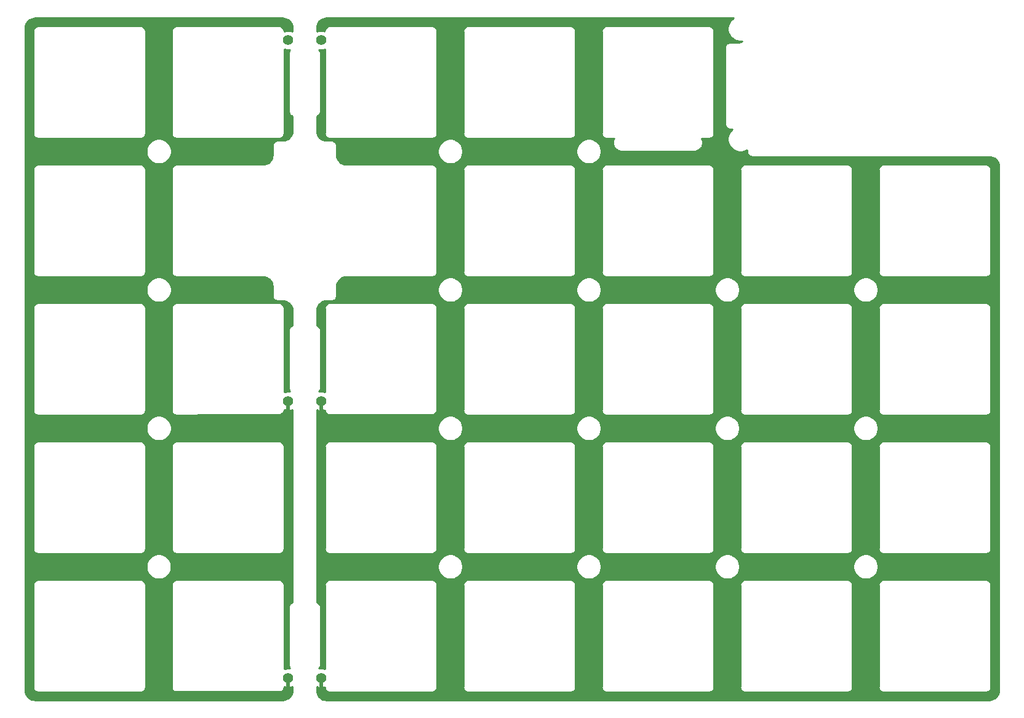
<source format=gtl>
G04 #@! TF.GenerationSoftware,KiCad,Pcbnew,(5.1.2)-2*
G04 #@! TF.CreationDate,2020-05-17T13:24:36+09:00*
G04 #@! TF.ProjectId,sekimen________(__________,73656b69-6d65-46e2-98c8-c3d7d7ecfcc8,rev?*
G04 #@! TF.SameCoordinates,Original*
G04 #@! TF.FileFunction,Copper,L1,Top*
G04 #@! TF.FilePolarity,Positive*
%FSLAX46Y46*%
G04 Gerber Fmt 4.6, Leading zero omitted, Abs format (unit mm)*
G04 Created by KiCad (PCBNEW (5.1.2)-2) date 2020-05-17 13:24:36*
%MOMM*%
%LPD*%
G04 APERTURE LIST*
%ADD10C,1.400000*%
%ADD11C,0.500000*%
%ADD12C,0.254000*%
G04 APERTURE END LIST*
D10*
X1270000Y89480000D03*
X1270000Y39820000D03*
X1270000Y1720000D03*
X-3270000Y89480000D03*
X-3270000Y39820000D03*
X-3270000Y1720000D03*
D11*
X17358010Y91084688D02*
X16884688Y91558010D01*
X17358010Y57265312D02*
X17358010Y73142148D01*
X17358010Y75257852D02*
X17358010Y91084688D01*
X17191999Y57099301D02*
X17358010Y57265312D01*
X17191999Y54258159D02*
X17191999Y57099301D01*
X1270000Y38587302D02*
X2115312Y37741990D01*
X17191999Y75091841D02*
X17358010Y75257852D01*
X1270000Y39820000D02*
X1270000Y38587302D01*
X17358010Y73142148D02*
X17191999Y73308159D01*
X2115312Y37741990D02*
X16884688Y37741990D01*
X17191999Y73308159D02*
X17191999Y75091841D01*
X16884688Y37741990D02*
X18158159Y39015461D01*
X18158159Y39015461D02*
X18158159Y53291999D01*
X18158159Y53291999D02*
X17191999Y54258159D01*
X16884688Y91558010D02*
X10000000Y91558010D01*
X1270000Y38030000D02*
X1270000Y39820000D01*
X17358010Y33934688D02*
X13550708Y37741990D01*
X17000000Y18807302D02*
X17358010Y19165312D01*
X17000000Y16350158D02*
X17000000Y18807302D01*
X17358010Y19165312D02*
X17358010Y33934688D01*
X17358010Y15992148D02*
X17000000Y16350158D01*
X17358010Y115312D02*
X17358010Y15992148D01*
X16442698Y-800000D02*
X17358010Y115312D01*
X1558010Y37741990D02*
X1270000Y38030000D01*
X1900000Y-800000D02*
X16442698Y-800000D01*
X1270000Y-170000D02*
X1900000Y-800000D01*
X13550708Y37741990D02*
X1558010Y37741990D01*
X1270000Y1720000D02*
X1270000Y-170000D01*
X-3270000Y38830051D02*
X-3270000Y39820000D01*
X-15600708Y37741990D02*
X-4165312Y37741990D01*
X-4165312Y37741990D02*
X-3270000Y38637302D01*
X-19408010Y33934688D02*
X-15600708Y37741990D01*
X-3270000Y38637302D02*
X-3270000Y38830051D01*
X-19408010Y19165312D02*
X-19408010Y33934688D01*
X-19191999Y18949301D02*
X-19408010Y19165312D01*
X-3270000Y130000D02*
X-3758010Y-358010D01*
X-19191999Y16158159D02*
X-19191999Y18949301D01*
X-3270000Y1720000D02*
X-3270000Y130000D01*
X-3758010Y-358010D02*
X-18934688Y-358010D01*
X-18934688Y-358010D02*
X-19408010Y115312D01*
X-19408010Y115312D02*
X-19408010Y15942148D01*
X-19408010Y15942148D02*
X-19191999Y16158159D01*
D12*
G36*
X57844002Y92417663D02*
G01*
X57602337Y92175998D01*
X57412463Y91891831D01*
X57281675Y91576081D01*
X57215000Y91240883D01*
X57215000Y90899117D01*
X57281675Y90563919D01*
X57412463Y90248169D01*
X57602337Y89964002D01*
X57844002Y89722337D01*
X58128169Y89532463D01*
X58443919Y89401675D01*
X58779117Y89335000D01*
X59120883Y89335000D01*
X59180535Y89346865D01*
X59058310Y89280779D01*
X58813753Y89205076D01*
X58527602Y89175000D01*
X57563647Y89175000D01*
X57530000Y89178314D01*
X57496353Y89175000D01*
X57395717Y89165088D01*
X57266594Y89125919D01*
X57147593Y89062312D01*
X57043289Y88976711D01*
X56957688Y88872407D01*
X56894081Y88753406D01*
X56854912Y88624283D01*
X56841686Y88490000D01*
X56845000Y88456353D01*
X56845001Y77963657D01*
X56841686Y77930000D01*
X56854912Y77795717D01*
X56894081Y77666594D01*
X56957688Y77547593D01*
X57043289Y77443289D01*
X57147593Y77357688D01*
X57266594Y77294081D01*
X57395717Y77254912D01*
X57496353Y77245000D01*
X57530000Y77241686D01*
X57563647Y77245000D01*
X57884915Y77245000D01*
X57844002Y77217663D01*
X57602337Y76975998D01*
X57412463Y76691831D01*
X57281675Y76376081D01*
X57215000Y76040883D01*
X57215000Y75699117D01*
X57281675Y75363919D01*
X57412463Y75048169D01*
X57602337Y74764002D01*
X57844002Y74522337D01*
X58128169Y74332463D01*
X58443919Y74201675D01*
X58779117Y74135000D01*
X59120883Y74135000D01*
X59456081Y74201675D01*
X59771831Y74332463D01*
X59865000Y74394717D01*
X59865000Y74173647D01*
X59861686Y74140000D01*
X59874912Y74005717D01*
X59914081Y73876594D01*
X59977688Y73757593D01*
X60063289Y73653289D01*
X60157776Y73575745D01*
X60167593Y73567688D01*
X60286594Y73504081D01*
X60415717Y73464912D01*
X60550000Y73451686D01*
X60583647Y73455000D01*
X93166495Y73455000D01*
X93454782Y73426733D01*
X93699855Y73352741D01*
X93925890Y73232557D01*
X94124281Y73070752D01*
X94287460Y72873503D01*
X94409220Y72648313D01*
X94484924Y72403753D01*
X94515001Y72117592D01*
X94515000Y33505D01*
X94486733Y-254782D01*
X94412741Y-499855D01*
X94292554Y-725893D01*
X94130754Y-924279D01*
X93933503Y-1087460D01*
X93708310Y-1209221D01*
X93463753Y-1284924D01*
X93177602Y-1315000D01*
X2033505Y-1315000D01*
X1745218Y-1286733D01*
X1500145Y-1212741D01*
X1274107Y-1092554D01*
X1075721Y-930754D01*
X912540Y-733503D01*
X790779Y-508310D01*
X715076Y-263753D01*
X685000Y22398D01*
X685000Y519755D01*
X826242Y454066D01*
X1081740Y391817D01*
X1344473Y380610D01*
X1604344Y420875D01*
X1764580Y479378D01*
X1761686Y450000D01*
X1774912Y315717D01*
X1814081Y186594D01*
X1877688Y67593D01*
X1963289Y-36711D01*
X2046512Y-105011D01*
X2067593Y-122312D01*
X2186594Y-185919D01*
X2315717Y-225088D01*
X2450000Y-238314D01*
X2483647Y-235000D01*
X16516353Y-235000D01*
X16550000Y-238314D01*
X16684283Y-225088D01*
X16813406Y-185919D01*
X16932407Y-122312D01*
X17036711Y-36711D01*
X17122312Y67593D01*
X17185919Y186594D01*
X17225088Y315717D01*
X17235000Y416353D01*
X17235000Y416354D01*
X17238314Y450000D01*
X17235000Y483647D01*
X17235000Y14516353D01*
X17238314Y14550000D01*
X20811686Y14550000D01*
X20815001Y14516343D01*
X20815000Y483647D01*
X20811686Y450000D01*
X20824912Y315717D01*
X20864081Y186594D01*
X20927688Y67593D01*
X21013289Y-36711D01*
X21096512Y-105011D01*
X21117593Y-122312D01*
X21236594Y-185919D01*
X21365717Y-225088D01*
X21500000Y-238314D01*
X21533647Y-235000D01*
X35566353Y-235000D01*
X35600000Y-238314D01*
X35734283Y-225088D01*
X35863406Y-185919D01*
X35982407Y-122312D01*
X36086711Y-36711D01*
X36172312Y67593D01*
X36235919Y186594D01*
X36275088Y315717D01*
X36285000Y416353D01*
X36285000Y416354D01*
X36288314Y450000D01*
X36285000Y483647D01*
X36285000Y14516353D01*
X36288314Y14550000D01*
X39861686Y14550000D01*
X39865001Y14516343D01*
X39865000Y483647D01*
X39861686Y450000D01*
X39874912Y315717D01*
X39914081Y186594D01*
X39977688Y67593D01*
X40063289Y-36711D01*
X40146512Y-105011D01*
X40167593Y-122312D01*
X40286594Y-185919D01*
X40415717Y-225088D01*
X40550000Y-238314D01*
X40583647Y-235000D01*
X54616353Y-235000D01*
X54650000Y-238314D01*
X54784283Y-225088D01*
X54913406Y-185919D01*
X55032407Y-122312D01*
X55136711Y-36711D01*
X55222312Y67593D01*
X55285919Y186594D01*
X55325088Y315717D01*
X55335000Y416353D01*
X55335000Y416354D01*
X55338314Y450000D01*
X55335000Y483647D01*
X55335000Y14516353D01*
X55338314Y14550000D01*
X58911686Y14550000D01*
X58915001Y14516343D01*
X58915000Y483647D01*
X58911686Y450000D01*
X58924912Y315717D01*
X58964081Y186594D01*
X59027688Y67593D01*
X59113289Y-36711D01*
X59196512Y-105011D01*
X59217593Y-122312D01*
X59336594Y-185919D01*
X59465717Y-225088D01*
X59600000Y-238314D01*
X59633647Y-235000D01*
X73666353Y-235000D01*
X73700000Y-238314D01*
X73834283Y-225088D01*
X73963406Y-185919D01*
X74082407Y-122312D01*
X74186711Y-36711D01*
X74272312Y67593D01*
X74335919Y186594D01*
X74375088Y315717D01*
X74385000Y416353D01*
X74385000Y416354D01*
X74388314Y450000D01*
X74385000Y483647D01*
X74385000Y14516353D01*
X74388314Y14550000D01*
X77961686Y14550000D01*
X77965001Y14516343D01*
X77965000Y483647D01*
X77961686Y450000D01*
X77974912Y315717D01*
X78014081Y186594D01*
X78077688Y67593D01*
X78163289Y-36711D01*
X78246512Y-105011D01*
X78267593Y-122312D01*
X78386594Y-185919D01*
X78515717Y-225088D01*
X78650000Y-238314D01*
X78683647Y-235000D01*
X92716353Y-235000D01*
X92750000Y-238314D01*
X92884283Y-225088D01*
X93013406Y-185919D01*
X93132407Y-122312D01*
X93236711Y-36711D01*
X93322312Y67593D01*
X93385919Y186594D01*
X93425088Y315717D01*
X93435000Y416353D01*
X93435000Y416354D01*
X93438314Y450000D01*
X93435000Y483647D01*
X93435000Y14516353D01*
X93438314Y14550000D01*
X93425088Y14684283D01*
X93385919Y14813406D01*
X93322312Y14932407D01*
X93236711Y15036711D01*
X93132407Y15122312D01*
X93013406Y15185919D01*
X92884283Y15225088D01*
X92783647Y15235000D01*
X92750000Y15238314D01*
X92716353Y15235000D01*
X78683647Y15235000D01*
X78650000Y15238314D01*
X78616353Y15235000D01*
X78515717Y15225088D01*
X78386594Y15185919D01*
X78267593Y15122312D01*
X78163289Y15036711D01*
X78077688Y14932407D01*
X78014081Y14813406D01*
X77974912Y14684283D01*
X77961686Y14550000D01*
X74388314Y14550000D01*
X74375088Y14684283D01*
X74335919Y14813406D01*
X74272312Y14932407D01*
X74186711Y15036711D01*
X74082407Y15122312D01*
X73963406Y15185919D01*
X73834283Y15225088D01*
X73733647Y15235000D01*
X73700000Y15238314D01*
X73666353Y15235000D01*
X59633647Y15235000D01*
X59600000Y15238314D01*
X59566353Y15235000D01*
X59465717Y15225088D01*
X59336594Y15185919D01*
X59217593Y15122312D01*
X59113289Y15036711D01*
X59027688Y14932407D01*
X58964081Y14813406D01*
X58924912Y14684283D01*
X58911686Y14550000D01*
X55338314Y14550000D01*
X55325088Y14684283D01*
X55285919Y14813406D01*
X55222312Y14932407D01*
X55136711Y15036711D01*
X55032407Y15122312D01*
X54913406Y15185919D01*
X54784283Y15225088D01*
X54683647Y15235000D01*
X54650000Y15238314D01*
X54616353Y15235000D01*
X40583647Y15235000D01*
X40550000Y15238314D01*
X40516353Y15235000D01*
X40415717Y15225088D01*
X40286594Y15185919D01*
X40167593Y15122312D01*
X40063289Y15036711D01*
X39977688Y14932407D01*
X39914081Y14813406D01*
X39874912Y14684283D01*
X39861686Y14550000D01*
X36288314Y14550000D01*
X36275088Y14684283D01*
X36235919Y14813406D01*
X36172312Y14932407D01*
X36086711Y15036711D01*
X35982407Y15122312D01*
X35863406Y15185919D01*
X35734283Y15225088D01*
X35633647Y15235000D01*
X35600000Y15238314D01*
X35566353Y15235000D01*
X21533647Y15235000D01*
X21500000Y15238314D01*
X21466353Y15235000D01*
X21365717Y15225088D01*
X21236594Y15185919D01*
X21117593Y15122312D01*
X21013289Y15036711D01*
X20927688Y14932407D01*
X20864081Y14813406D01*
X20824912Y14684283D01*
X20811686Y14550000D01*
X17238314Y14550000D01*
X17225088Y14684283D01*
X17185919Y14813406D01*
X17122312Y14932407D01*
X17036711Y15036711D01*
X16932407Y15122312D01*
X16813406Y15185919D01*
X16684283Y15225088D01*
X16583647Y15235000D01*
X16550000Y15238314D01*
X16516353Y15235000D01*
X2483647Y15235000D01*
X2450000Y15238314D01*
X2416353Y15235000D01*
X2315717Y15225088D01*
X2186594Y15185919D01*
X2067593Y15122312D01*
X1963289Y15036711D01*
X1877688Y14932407D01*
X1814081Y14813406D01*
X1774912Y14684283D01*
X1761686Y14550000D01*
X1765001Y14516343D01*
X1765000Y2962102D01*
X1713758Y2985934D01*
X1458260Y3048183D01*
X1195527Y3059390D01*
X999636Y3029038D01*
X1072312Y3117593D01*
X1135919Y3236594D01*
X1175088Y3365717D01*
X1178560Y3400971D01*
X1189803Y3410197D01*
X1205597Y3429443D01*
X1217333Y3451399D01*
X1224560Y3475224D01*
X1227000Y3500000D01*
X1227000Y11500000D01*
X1224560Y11524776D01*
X1217333Y11548601D01*
X1205597Y11570557D01*
X1189803Y11589803D01*
X1178560Y11599029D01*
X1175088Y11634283D01*
X1135919Y11763406D01*
X1072312Y11882407D01*
X986711Y11986711D01*
X882407Y12072312D01*
X763406Y12135919D01*
X685000Y12159703D01*
X685000Y17220883D01*
X17315000Y17220883D01*
X17315000Y16879117D01*
X17381675Y16543919D01*
X17512463Y16228169D01*
X17702337Y15944002D01*
X17944002Y15702337D01*
X18228169Y15512463D01*
X18543919Y15381675D01*
X18879117Y15315000D01*
X19220883Y15315000D01*
X19556081Y15381675D01*
X19871831Y15512463D01*
X20155998Y15702337D01*
X20397663Y15944002D01*
X20587537Y16228169D01*
X20718325Y16543919D01*
X20785000Y16879117D01*
X20785000Y17220883D01*
X36365000Y17220883D01*
X36365000Y16879117D01*
X36431675Y16543919D01*
X36562463Y16228169D01*
X36752337Y15944002D01*
X36994002Y15702337D01*
X37278169Y15512463D01*
X37593919Y15381675D01*
X37929117Y15315000D01*
X38270883Y15315000D01*
X38606081Y15381675D01*
X38921831Y15512463D01*
X39205998Y15702337D01*
X39447663Y15944002D01*
X39637537Y16228169D01*
X39768325Y16543919D01*
X39835000Y16879117D01*
X39835000Y17220883D01*
X55415000Y17220883D01*
X55415000Y16879117D01*
X55481675Y16543919D01*
X55612463Y16228169D01*
X55802337Y15944002D01*
X56044002Y15702337D01*
X56328169Y15512463D01*
X56643919Y15381675D01*
X56979117Y15315000D01*
X57320883Y15315000D01*
X57656081Y15381675D01*
X57971831Y15512463D01*
X58255998Y15702337D01*
X58497663Y15944002D01*
X58687537Y16228169D01*
X58818325Y16543919D01*
X58885000Y16879117D01*
X58885000Y17220883D01*
X74465000Y17220883D01*
X74465000Y16879117D01*
X74531675Y16543919D01*
X74662463Y16228169D01*
X74852337Y15944002D01*
X75094002Y15702337D01*
X75378169Y15512463D01*
X75693919Y15381675D01*
X76029117Y15315000D01*
X76370883Y15315000D01*
X76706081Y15381675D01*
X77021831Y15512463D01*
X77305998Y15702337D01*
X77547663Y15944002D01*
X77737537Y16228169D01*
X77868325Y16543919D01*
X77935000Y16879117D01*
X77935000Y17220883D01*
X77868325Y17556081D01*
X77737537Y17871831D01*
X77547663Y18155998D01*
X77305998Y18397663D01*
X77021831Y18587537D01*
X76706081Y18718325D01*
X76370883Y18785000D01*
X76029117Y18785000D01*
X75693919Y18718325D01*
X75378169Y18587537D01*
X75094002Y18397663D01*
X74852337Y18155998D01*
X74662463Y17871831D01*
X74531675Y17556081D01*
X74465000Y17220883D01*
X58885000Y17220883D01*
X58818325Y17556081D01*
X58687537Y17871831D01*
X58497663Y18155998D01*
X58255998Y18397663D01*
X57971831Y18587537D01*
X57656081Y18718325D01*
X57320883Y18785000D01*
X56979117Y18785000D01*
X56643919Y18718325D01*
X56328169Y18587537D01*
X56044002Y18397663D01*
X55802337Y18155998D01*
X55612463Y17871831D01*
X55481675Y17556081D01*
X55415000Y17220883D01*
X39835000Y17220883D01*
X39768325Y17556081D01*
X39637537Y17871831D01*
X39447663Y18155998D01*
X39205998Y18397663D01*
X38921831Y18587537D01*
X38606081Y18718325D01*
X38270883Y18785000D01*
X37929117Y18785000D01*
X37593919Y18718325D01*
X37278169Y18587537D01*
X36994002Y18397663D01*
X36752337Y18155998D01*
X36562463Y17871831D01*
X36431675Y17556081D01*
X36365000Y17220883D01*
X20785000Y17220883D01*
X20718325Y17556081D01*
X20587537Y17871831D01*
X20397663Y18155998D01*
X20155998Y18397663D01*
X19871831Y18587537D01*
X19556081Y18718325D01*
X19220883Y18785000D01*
X18879117Y18785000D01*
X18543919Y18718325D01*
X18228169Y18587537D01*
X17944002Y18397663D01*
X17702337Y18155998D01*
X17512463Y17871831D01*
X17381675Y17556081D01*
X17315000Y17220883D01*
X685000Y17220883D01*
X685000Y33600000D01*
X1761686Y33600000D01*
X1765001Y33566343D01*
X1765000Y19533647D01*
X1761686Y19500000D01*
X1774912Y19365717D01*
X1814081Y19236594D01*
X1877688Y19117593D01*
X1963289Y19013289D01*
X2067593Y18927688D01*
X2186594Y18864081D01*
X2315717Y18824912D01*
X2450000Y18811686D01*
X2483647Y18815000D01*
X16516353Y18815000D01*
X16550000Y18811686D01*
X16684283Y18824912D01*
X16813406Y18864081D01*
X16932407Y18927688D01*
X17036711Y19013289D01*
X17122312Y19117593D01*
X17185919Y19236594D01*
X17225088Y19365717D01*
X17235000Y19466353D01*
X17235000Y19466354D01*
X17238314Y19500000D01*
X17235000Y19533647D01*
X17235000Y33566353D01*
X17238314Y33600000D01*
X20811686Y33600000D01*
X20815001Y33566343D01*
X20815000Y19533647D01*
X20811686Y19500000D01*
X20824912Y19365717D01*
X20864081Y19236594D01*
X20927688Y19117593D01*
X21013289Y19013289D01*
X21117593Y18927688D01*
X21236594Y18864081D01*
X21365717Y18824912D01*
X21500000Y18811686D01*
X21533647Y18815000D01*
X35566353Y18815000D01*
X35600000Y18811686D01*
X35734283Y18824912D01*
X35863406Y18864081D01*
X35982407Y18927688D01*
X36086711Y19013289D01*
X36172312Y19117593D01*
X36235919Y19236594D01*
X36275088Y19365717D01*
X36285000Y19466353D01*
X36285000Y19466354D01*
X36288314Y19500000D01*
X36285000Y19533647D01*
X36285000Y33566353D01*
X36288314Y33600000D01*
X39861686Y33600000D01*
X39865001Y33566343D01*
X39865000Y19533647D01*
X39861686Y19500000D01*
X39874912Y19365717D01*
X39914081Y19236594D01*
X39977688Y19117593D01*
X40063289Y19013289D01*
X40167593Y18927688D01*
X40286594Y18864081D01*
X40415717Y18824912D01*
X40550000Y18811686D01*
X40583647Y18815000D01*
X54616353Y18815000D01*
X54650000Y18811686D01*
X54784283Y18824912D01*
X54913406Y18864081D01*
X55032407Y18927688D01*
X55136711Y19013289D01*
X55222312Y19117593D01*
X55285919Y19236594D01*
X55325088Y19365717D01*
X55335000Y19466353D01*
X55335000Y19466354D01*
X55338314Y19500000D01*
X55335000Y19533647D01*
X55335000Y33566353D01*
X55338314Y33600000D01*
X58911686Y33600000D01*
X58915001Y33566343D01*
X58915000Y19533647D01*
X58911686Y19500000D01*
X58924912Y19365717D01*
X58964081Y19236594D01*
X59027688Y19117593D01*
X59113289Y19013289D01*
X59217593Y18927688D01*
X59336594Y18864081D01*
X59465717Y18824912D01*
X59600000Y18811686D01*
X59633647Y18815000D01*
X73666353Y18815000D01*
X73700000Y18811686D01*
X73834283Y18824912D01*
X73963406Y18864081D01*
X74082407Y18927688D01*
X74186711Y19013289D01*
X74272312Y19117593D01*
X74335919Y19236594D01*
X74375088Y19365717D01*
X74385000Y19466353D01*
X74385000Y19466354D01*
X74388314Y19500000D01*
X74385000Y19533647D01*
X74385000Y33566353D01*
X74388314Y33600000D01*
X77961686Y33600000D01*
X77965001Y33566343D01*
X77965000Y19533647D01*
X77961686Y19500000D01*
X77974912Y19365717D01*
X78014081Y19236594D01*
X78077688Y19117593D01*
X78163289Y19013289D01*
X78267593Y18927688D01*
X78386594Y18864081D01*
X78515717Y18824912D01*
X78650000Y18811686D01*
X78683647Y18815000D01*
X92716353Y18815000D01*
X92750000Y18811686D01*
X92884283Y18824912D01*
X93013406Y18864081D01*
X93132407Y18927688D01*
X93236711Y19013289D01*
X93322312Y19117593D01*
X93385919Y19236594D01*
X93425088Y19365717D01*
X93435000Y19466353D01*
X93435000Y19466354D01*
X93438314Y19500000D01*
X93435000Y19533647D01*
X93435000Y33566353D01*
X93438314Y33600000D01*
X93425088Y33734283D01*
X93385919Y33863406D01*
X93322312Y33982407D01*
X93236711Y34086711D01*
X93132407Y34172312D01*
X93013406Y34235919D01*
X92884283Y34275088D01*
X92783647Y34285000D01*
X92750000Y34288314D01*
X92716353Y34285000D01*
X78683647Y34285000D01*
X78650000Y34288314D01*
X78616353Y34285000D01*
X78515717Y34275088D01*
X78386594Y34235919D01*
X78267593Y34172312D01*
X78163289Y34086711D01*
X78077688Y33982407D01*
X78014081Y33863406D01*
X77974912Y33734283D01*
X77961686Y33600000D01*
X74388314Y33600000D01*
X74375088Y33734283D01*
X74335919Y33863406D01*
X74272312Y33982407D01*
X74186711Y34086711D01*
X74082407Y34172312D01*
X73963406Y34235919D01*
X73834283Y34275088D01*
X73733647Y34285000D01*
X73700000Y34288314D01*
X73666353Y34285000D01*
X59633647Y34285000D01*
X59600000Y34288314D01*
X59566353Y34285000D01*
X59465717Y34275088D01*
X59336594Y34235919D01*
X59217593Y34172312D01*
X59113289Y34086711D01*
X59027688Y33982407D01*
X58964081Y33863406D01*
X58924912Y33734283D01*
X58911686Y33600000D01*
X55338314Y33600000D01*
X55325088Y33734283D01*
X55285919Y33863406D01*
X55222312Y33982407D01*
X55136711Y34086711D01*
X55032407Y34172312D01*
X54913406Y34235919D01*
X54784283Y34275088D01*
X54683647Y34285000D01*
X54650000Y34288314D01*
X54616353Y34285000D01*
X40583647Y34285000D01*
X40550000Y34288314D01*
X40516353Y34285000D01*
X40415717Y34275088D01*
X40286594Y34235919D01*
X40167593Y34172312D01*
X40063289Y34086711D01*
X39977688Y33982407D01*
X39914081Y33863406D01*
X39874912Y33734283D01*
X39861686Y33600000D01*
X36288314Y33600000D01*
X36275088Y33734283D01*
X36235919Y33863406D01*
X36172312Y33982407D01*
X36086711Y34086711D01*
X35982407Y34172312D01*
X35863406Y34235919D01*
X35734283Y34275088D01*
X35633647Y34285000D01*
X35600000Y34288314D01*
X35566353Y34285000D01*
X21533647Y34285000D01*
X21500000Y34288314D01*
X21466353Y34285000D01*
X21365717Y34275088D01*
X21236594Y34235919D01*
X21117593Y34172312D01*
X21013289Y34086711D01*
X20927688Y33982407D01*
X20864081Y33863406D01*
X20824912Y33734283D01*
X20811686Y33600000D01*
X17238314Y33600000D01*
X17225088Y33734283D01*
X17185919Y33863406D01*
X17122312Y33982407D01*
X17036711Y34086711D01*
X16932407Y34172312D01*
X16813406Y34235919D01*
X16684283Y34275088D01*
X16583647Y34285000D01*
X16550000Y34288314D01*
X16516353Y34285000D01*
X2483647Y34285000D01*
X2450000Y34288314D01*
X2416353Y34285000D01*
X2315717Y34275088D01*
X2186594Y34235919D01*
X2067593Y34172312D01*
X1963289Y34086711D01*
X1877688Y33982407D01*
X1814081Y33863406D01*
X1774912Y33734283D01*
X1761686Y33600000D01*
X685000Y33600000D01*
X685000Y36270883D01*
X17315000Y36270883D01*
X17315000Y35929117D01*
X17381675Y35593919D01*
X17512463Y35278169D01*
X17702337Y34994002D01*
X17944002Y34752337D01*
X18228169Y34562463D01*
X18543919Y34431675D01*
X18879117Y34365000D01*
X19220883Y34365000D01*
X19556081Y34431675D01*
X19871831Y34562463D01*
X20155998Y34752337D01*
X20397663Y34994002D01*
X20587537Y35278169D01*
X20718325Y35593919D01*
X20785000Y35929117D01*
X20785000Y36270883D01*
X36365000Y36270883D01*
X36365000Y35929117D01*
X36431675Y35593919D01*
X36562463Y35278169D01*
X36752337Y34994002D01*
X36994002Y34752337D01*
X37278169Y34562463D01*
X37593919Y34431675D01*
X37929117Y34365000D01*
X38270883Y34365000D01*
X38606081Y34431675D01*
X38921831Y34562463D01*
X39205998Y34752337D01*
X39447663Y34994002D01*
X39637537Y35278169D01*
X39768325Y35593919D01*
X39835000Y35929117D01*
X39835000Y36270883D01*
X55415000Y36270883D01*
X55415000Y35929117D01*
X55481675Y35593919D01*
X55612463Y35278169D01*
X55802337Y34994002D01*
X56044002Y34752337D01*
X56328169Y34562463D01*
X56643919Y34431675D01*
X56979117Y34365000D01*
X57320883Y34365000D01*
X57656081Y34431675D01*
X57971831Y34562463D01*
X58255998Y34752337D01*
X58497663Y34994002D01*
X58687537Y35278169D01*
X58818325Y35593919D01*
X58885000Y35929117D01*
X58885000Y36270883D01*
X74465000Y36270883D01*
X74465000Y35929117D01*
X74531675Y35593919D01*
X74662463Y35278169D01*
X74852337Y34994002D01*
X75094002Y34752337D01*
X75378169Y34562463D01*
X75693919Y34431675D01*
X76029117Y34365000D01*
X76370883Y34365000D01*
X76706081Y34431675D01*
X77021831Y34562463D01*
X77305998Y34752337D01*
X77547663Y34994002D01*
X77737537Y35278169D01*
X77868325Y35593919D01*
X77935000Y35929117D01*
X77935000Y36270883D01*
X77868325Y36606081D01*
X77737537Y36921831D01*
X77547663Y37205998D01*
X77305998Y37447663D01*
X77021831Y37637537D01*
X76706081Y37768325D01*
X76370883Y37835000D01*
X76029117Y37835000D01*
X75693919Y37768325D01*
X75378169Y37637537D01*
X75094002Y37447663D01*
X74852337Y37205998D01*
X74662463Y36921831D01*
X74531675Y36606081D01*
X74465000Y36270883D01*
X58885000Y36270883D01*
X58818325Y36606081D01*
X58687537Y36921831D01*
X58497663Y37205998D01*
X58255998Y37447663D01*
X57971831Y37637537D01*
X57656081Y37768325D01*
X57320883Y37835000D01*
X56979117Y37835000D01*
X56643919Y37768325D01*
X56328169Y37637537D01*
X56044002Y37447663D01*
X55802337Y37205998D01*
X55612463Y36921831D01*
X55481675Y36606081D01*
X55415000Y36270883D01*
X39835000Y36270883D01*
X39768325Y36606081D01*
X39637537Y36921831D01*
X39447663Y37205998D01*
X39205998Y37447663D01*
X38921831Y37637537D01*
X38606081Y37768325D01*
X38270883Y37835000D01*
X37929117Y37835000D01*
X37593919Y37768325D01*
X37278169Y37637537D01*
X36994002Y37447663D01*
X36752337Y37205998D01*
X36562463Y36921831D01*
X36431675Y36606081D01*
X36365000Y36270883D01*
X20785000Y36270883D01*
X20718325Y36606081D01*
X20587537Y36921831D01*
X20397663Y37205998D01*
X20155998Y37447663D01*
X19871831Y37637537D01*
X19556081Y37768325D01*
X19220883Y37835000D01*
X18879117Y37835000D01*
X18543919Y37768325D01*
X18228169Y37637537D01*
X17944002Y37447663D01*
X17702337Y37205998D01*
X17512463Y36921831D01*
X17381675Y36606081D01*
X17315000Y36270883D01*
X685000Y36270883D01*
X685000Y38619755D01*
X826242Y38554066D01*
X1081740Y38491817D01*
X1344473Y38480610D01*
X1604344Y38520875D01*
X1764580Y38579378D01*
X1761686Y38550000D01*
X1774912Y38415717D01*
X1814081Y38286594D01*
X1877688Y38167593D01*
X1963289Y38063289D01*
X2067593Y37977688D01*
X2186594Y37914081D01*
X2315717Y37874912D01*
X2450000Y37861686D01*
X2483647Y37865000D01*
X16516353Y37865000D01*
X16550000Y37861686D01*
X16684283Y37874912D01*
X16813406Y37914081D01*
X16932407Y37977688D01*
X17036711Y38063289D01*
X17122312Y38167593D01*
X17185919Y38286594D01*
X17225088Y38415717D01*
X17235000Y38516353D01*
X17235000Y38516354D01*
X17238314Y38550000D01*
X17235000Y38583647D01*
X17235000Y52616353D01*
X17238314Y52650000D01*
X20811686Y52650000D01*
X20815001Y52616343D01*
X20815000Y38583647D01*
X20811686Y38550000D01*
X20824912Y38415717D01*
X20864081Y38286594D01*
X20927688Y38167593D01*
X21013289Y38063289D01*
X21117593Y37977688D01*
X21236594Y37914081D01*
X21365717Y37874912D01*
X21500000Y37861686D01*
X21533647Y37865000D01*
X35566353Y37865000D01*
X35600000Y37861686D01*
X35734283Y37874912D01*
X35863406Y37914081D01*
X35982407Y37977688D01*
X36086711Y38063289D01*
X36172312Y38167593D01*
X36235919Y38286594D01*
X36275088Y38415717D01*
X36285000Y38516353D01*
X36285000Y38516354D01*
X36288314Y38550000D01*
X36285000Y38583647D01*
X36285000Y52616353D01*
X36288314Y52650000D01*
X39861686Y52650000D01*
X39865001Y52616343D01*
X39865000Y38583647D01*
X39861686Y38550000D01*
X39874912Y38415717D01*
X39914081Y38286594D01*
X39977688Y38167593D01*
X40063289Y38063289D01*
X40167593Y37977688D01*
X40286594Y37914081D01*
X40415717Y37874912D01*
X40550000Y37861686D01*
X40583647Y37865000D01*
X54616353Y37865000D01*
X54650000Y37861686D01*
X54784283Y37874912D01*
X54913406Y37914081D01*
X55032407Y37977688D01*
X55136711Y38063289D01*
X55222312Y38167593D01*
X55285919Y38286594D01*
X55325088Y38415717D01*
X55335000Y38516353D01*
X55335000Y38516354D01*
X55338314Y38550000D01*
X55335000Y38583647D01*
X55335000Y52616353D01*
X55338314Y52650000D01*
X58911686Y52650000D01*
X58915001Y52616343D01*
X58915000Y38583647D01*
X58911686Y38550000D01*
X58924912Y38415717D01*
X58964081Y38286594D01*
X59027688Y38167593D01*
X59113289Y38063289D01*
X59217593Y37977688D01*
X59336594Y37914081D01*
X59465717Y37874912D01*
X59600000Y37861686D01*
X59633647Y37865000D01*
X73666353Y37865000D01*
X73700000Y37861686D01*
X73834283Y37874912D01*
X73963406Y37914081D01*
X74082407Y37977688D01*
X74186711Y38063289D01*
X74272312Y38167593D01*
X74335919Y38286594D01*
X74375088Y38415717D01*
X74385000Y38516353D01*
X74385000Y38516354D01*
X74388314Y38550000D01*
X74385000Y38583647D01*
X74385000Y52616353D01*
X74388314Y52650000D01*
X77961686Y52650000D01*
X77965001Y52616343D01*
X77965000Y38583647D01*
X77961686Y38550000D01*
X77974912Y38415717D01*
X78014081Y38286594D01*
X78077688Y38167593D01*
X78163289Y38063289D01*
X78267593Y37977688D01*
X78386594Y37914081D01*
X78515717Y37874912D01*
X78650000Y37861686D01*
X78683647Y37865000D01*
X92716353Y37865000D01*
X92750000Y37861686D01*
X92884283Y37874912D01*
X93013406Y37914081D01*
X93132407Y37977688D01*
X93236711Y38063289D01*
X93322312Y38167593D01*
X93385919Y38286594D01*
X93425088Y38415717D01*
X93435000Y38516353D01*
X93435000Y38516354D01*
X93438314Y38550000D01*
X93435000Y38583647D01*
X93435000Y52616353D01*
X93438314Y52650000D01*
X93425088Y52784283D01*
X93385919Y52913406D01*
X93322312Y53032407D01*
X93236711Y53136711D01*
X93132407Y53222312D01*
X93013406Y53285919D01*
X92884283Y53325088D01*
X92783647Y53335000D01*
X92750000Y53338314D01*
X92716353Y53335000D01*
X78683647Y53335000D01*
X78650000Y53338314D01*
X78616353Y53335000D01*
X78515717Y53325088D01*
X78386594Y53285919D01*
X78267593Y53222312D01*
X78163289Y53136711D01*
X78077688Y53032407D01*
X78014081Y52913406D01*
X77974912Y52784283D01*
X77961686Y52650000D01*
X74388314Y52650000D01*
X74375088Y52784283D01*
X74335919Y52913406D01*
X74272312Y53032407D01*
X74186711Y53136711D01*
X74082407Y53222312D01*
X73963406Y53285919D01*
X73834283Y53325088D01*
X73733647Y53335000D01*
X73700000Y53338314D01*
X73666353Y53335000D01*
X59633647Y53335000D01*
X59600000Y53338314D01*
X59566353Y53335000D01*
X59465717Y53325088D01*
X59336594Y53285919D01*
X59217593Y53222312D01*
X59113289Y53136711D01*
X59027688Y53032407D01*
X58964081Y52913406D01*
X58924912Y52784283D01*
X58911686Y52650000D01*
X55338314Y52650000D01*
X55325088Y52784283D01*
X55285919Y52913406D01*
X55222312Y53032407D01*
X55136711Y53136711D01*
X55032407Y53222312D01*
X54913406Y53285919D01*
X54784283Y53325088D01*
X54683647Y53335000D01*
X54650000Y53338314D01*
X54616353Y53335000D01*
X40583647Y53335000D01*
X40550000Y53338314D01*
X40516353Y53335000D01*
X40415717Y53325088D01*
X40286594Y53285919D01*
X40167593Y53222312D01*
X40063289Y53136711D01*
X39977688Y53032407D01*
X39914081Y52913406D01*
X39874912Y52784283D01*
X39861686Y52650000D01*
X36288314Y52650000D01*
X36275088Y52784283D01*
X36235919Y52913406D01*
X36172312Y53032407D01*
X36086711Y53136711D01*
X35982407Y53222312D01*
X35863406Y53285919D01*
X35734283Y53325088D01*
X35633647Y53335000D01*
X35600000Y53338314D01*
X35566353Y53335000D01*
X21533647Y53335000D01*
X21500000Y53338314D01*
X21466353Y53335000D01*
X21365717Y53325088D01*
X21236594Y53285919D01*
X21117593Y53222312D01*
X21013289Y53136711D01*
X20927688Y53032407D01*
X20864081Y52913406D01*
X20824912Y52784283D01*
X20811686Y52650000D01*
X17238314Y52650000D01*
X17225088Y52784283D01*
X17185919Y52913406D01*
X17122312Y53032407D01*
X17036711Y53136711D01*
X16932407Y53222312D01*
X16813406Y53285919D01*
X16684283Y53325088D01*
X16583647Y53335000D01*
X16550000Y53338314D01*
X16516353Y53335000D01*
X2483647Y53335000D01*
X2450000Y53338314D01*
X2416353Y53335000D01*
X2315717Y53325088D01*
X2186594Y53285919D01*
X2067593Y53222312D01*
X1963289Y53136711D01*
X1877688Y53032407D01*
X1814081Y52913406D01*
X1774912Y52784283D01*
X1761686Y52650000D01*
X1765001Y52616343D01*
X1765000Y41062102D01*
X1713758Y41085934D01*
X1458260Y41148183D01*
X1195527Y41159390D01*
X999636Y41129038D01*
X1072312Y41217593D01*
X1135919Y41336594D01*
X1175088Y41465717D01*
X1178560Y41500971D01*
X1189803Y41510197D01*
X1205597Y41529443D01*
X1217333Y41551399D01*
X1224560Y41575224D01*
X1227000Y41600000D01*
X1227000Y49600000D01*
X1224560Y49624776D01*
X1217333Y49648601D01*
X1205597Y49670557D01*
X1189803Y49689803D01*
X1178560Y49699029D01*
X1175088Y49734283D01*
X1135919Y49863406D01*
X1072312Y49982407D01*
X986711Y50086711D01*
X882407Y50172312D01*
X763406Y50235919D01*
X685000Y50259703D01*
X685000Y52266495D01*
X713267Y52554782D01*
X787259Y52799855D01*
X907443Y53025890D01*
X1069248Y53224281D01*
X1266497Y53387460D01*
X1491687Y53509220D01*
X1736247Y53584924D01*
X2022398Y53615000D01*
X2691353Y53615000D01*
X2725000Y53611686D01*
X2796254Y53618704D01*
X2859283Y53624912D01*
X2988406Y53664081D01*
X3107407Y53727688D01*
X3211711Y53813289D01*
X3297312Y53917593D01*
X3360919Y54036594D01*
X3400088Y54165717D01*
X3413314Y54300000D01*
X3410000Y54333647D01*
X3410000Y55320883D01*
X17315000Y55320883D01*
X17315000Y54979117D01*
X17381675Y54643919D01*
X17512463Y54328169D01*
X17702337Y54044002D01*
X17944002Y53802337D01*
X18228169Y53612463D01*
X18543919Y53481675D01*
X18879117Y53415000D01*
X19220883Y53415000D01*
X19556081Y53481675D01*
X19871831Y53612463D01*
X20155998Y53802337D01*
X20397663Y54044002D01*
X20587537Y54328169D01*
X20718325Y54643919D01*
X20785000Y54979117D01*
X20785000Y55320883D01*
X36365000Y55320883D01*
X36365000Y54979117D01*
X36431675Y54643919D01*
X36562463Y54328169D01*
X36752337Y54044002D01*
X36994002Y53802337D01*
X37278169Y53612463D01*
X37593919Y53481675D01*
X37929117Y53415000D01*
X38270883Y53415000D01*
X38606081Y53481675D01*
X38921831Y53612463D01*
X39205998Y53802337D01*
X39447663Y54044002D01*
X39637537Y54328169D01*
X39768325Y54643919D01*
X39835000Y54979117D01*
X39835000Y55320883D01*
X55415000Y55320883D01*
X55415000Y54979117D01*
X55481675Y54643919D01*
X55612463Y54328169D01*
X55802337Y54044002D01*
X56044002Y53802337D01*
X56328169Y53612463D01*
X56643919Y53481675D01*
X56979117Y53415000D01*
X57320883Y53415000D01*
X57656081Y53481675D01*
X57971831Y53612463D01*
X58255998Y53802337D01*
X58497663Y54044002D01*
X58687537Y54328169D01*
X58818325Y54643919D01*
X58885000Y54979117D01*
X58885000Y55320883D01*
X74465000Y55320883D01*
X74465000Y54979117D01*
X74531675Y54643919D01*
X74662463Y54328169D01*
X74852337Y54044002D01*
X75094002Y53802337D01*
X75378169Y53612463D01*
X75693919Y53481675D01*
X76029117Y53415000D01*
X76370883Y53415000D01*
X76706081Y53481675D01*
X77021831Y53612463D01*
X77305998Y53802337D01*
X77547663Y54044002D01*
X77737537Y54328169D01*
X77868325Y54643919D01*
X77935000Y54979117D01*
X77935000Y55320883D01*
X77868325Y55656081D01*
X77737537Y55971831D01*
X77547663Y56255998D01*
X77305998Y56497663D01*
X77021831Y56687537D01*
X76706081Y56818325D01*
X76370883Y56885000D01*
X76029117Y56885000D01*
X75693919Y56818325D01*
X75378169Y56687537D01*
X75094002Y56497663D01*
X74852337Y56255998D01*
X74662463Y55971831D01*
X74531675Y55656081D01*
X74465000Y55320883D01*
X58885000Y55320883D01*
X58818325Y55656081D01*
X58687537Y55971831D01*
X58497663Y56255998D01*
X58255998Y56497663D01*
X57971831Y56687537D01*
X57656081Y56818325D01*
X57320883Y56885000D01*
X56979117Y56885000D01*
X56643919Y56818325D01*
X56328169Y56687537D01*
X56044002Y56497663D01*
X55802337Y56255998D01*
X55612463Y55971831D01*
X55481675Y55656081D01*
X55415000Y55320883D01*
X39835000Y55320883D01*
X39768325Y55656081D01*
X39637537Y55971831D01*
X39447663Y56255998D01*
X39205998Y56497663D01*
X38921831Y56687537D01*
X38606081Y56818325D01*
X38270883Y56885000D01*
X37929117Y56885000D01*
X37593919Y56818325D01*
X37278169Y56687537D01*
X36994002Y56497663D01*
X36752337Y56255998D01*
X36562463Y55971831D01*
X36431675Y55656081D01*
X36365000Y55320883D01*
X20785000Y55320883D01*
X20718325Y55656081D01*
X20587537Y55971831D01*
X20397663Y56255998D01*
X20155998Y56497663D01*
X19871831Y56687537D01*
X19556081Y56818325D01*
X19220883Y56885000D01*
X18879117Y56885000D01*
X18543919Y56818325D01*
X18228169Y56687537D01*
X17944002Y56497663D01*
X17702337Y56255998D01*
X17512463Y55971831D01*
X17381675Y55656081D01*
X17315000Y55320883D01*
X3410000Y55320883D01*
X3410000Y55566495D01*
X3438267Y55854782D01*
X3512259Y56099855D01*
X3632443Y56325890D01*
X3794248Y56524281D01*
X3991497Y56687460D01*
X4216687Y56809220D01*
X4461247Y56884924D01*
X4747398Y56915000D01*
X16516353Y56915000D01*
X16550000Y56911686D01*
X16621254Y56918704D01*
X16684283Y56924912D01*
X16813406Y56964081D01*
X16932407Y57027688D01*
X17036711Y57113289D01*
X17122312Y57217593D01*
X17185919Y57336594D01*
X17225088Y57465717D01*
X17238314Y57600000D01*
X17235000Y57633647D01*
X17235000Y71666353D01*
X17238314Y71700000D01*
X20811686Y71700000D01*
X20815001Y71666343D01*
X20815000Y57633647D01*
X20811686Y57600000D01*
X20824912Y57465717D01*
X20864081Y57336594D01*
X20927688Y57217593D01*
X21013289Y57113289D01*
X21117593Y57027688D01*
X21236594Y56964081D01*
X21365717Y56924912D01*
X21428747Y56918704D01*
X21500000Y56911686D01*
X21533647Y56915000D01*
X35566353Y56915000D01*
X35600000Y56911686D01*
X35671254Y56918704D01*
X35734283Y56924912D01*
X35863406Y56964081D01*
X35982407Y57027688D01*
X36086711Y57113289D01*
X36172312Y57217593D01*
X36235919Y57336594D01*
X36275088Y57465717D01*
X36288314Y57600000D01*
X36285000Y57633647D01*
X36285000Y71666353D01*
X36288314Y71700000D01*
X39861686Y71700000D01*
X39865001Y71666343D01*
X39865000Y57633647D01*
X39861686Y57600000D01*
X39874912Y57465717D01*
X39914081Y57336594D01*
X39977688Y57217593D01*
X40063289Y57113289D01*
X40167593Y57027688D01*
X40286594Y56964081D01*
X40415717Y56924912D01*
X40478747Y56918704D01*
X40550000Y56911686D01*
X40583647Y56915000D01*
X54616353Y56915000D01*
X54650000Y56911686D01*
X54721254Y56918704D01*
X54784283Y56924912D01*
X54913406Y56964081D01*
X55032407Y57027688D01*
X55136711Y57113289D01*
X55222312Y57217593D01*
X55285919Y57336594D01*
X55325088Y57465717D01*
X55338314Y57600000D01*
X55335000Y57633647D01*
X55335000Y71666353D01*
X55338314Y71700000D01*
X58911686Y71700000D01*
X58915001Y71666343D01*
X58915000Y57633647D01*
X58911686Y57600000D01*
X58924912Y57465717D01*
X58964081Y57336594D01*
X59027688Y57217593D01*
X59113289Y57113289D01*
X59217593Y57027688D01*
X59336594Y56964081D01*
X59465717Y56924912D01*
X59528747Y56918704D01*
X59600000Y56911686D01*
X59633647Y56915000D01*
X73666353Y56915000D01*
X73700000Y56911686D01*
X73771254Y56918704D01*
X73834283Y56924912D01*
X73963406Y56964081D01*
X74082407Y57027688D01*
X74186711Y57113289D01*
X74272312Y57217593D01*
X74335919Y57336594D01*
X74375088Y57465717D01*
X74388314Y57600000D01*
X74385000Y57633647D01*
X74385000Y71666353D01*
X74388314Y71700000D01*
X77961686Y71700000D01*
X77965001Y71666343D01*
X77965000Y57633647D01*
X77961686Y57600000D01*
X77974912Y57465717D01*
X78014081Y57336594D01*
X78077688Y57217593D01*
X78163289Y57113289D01*
X78267593Y57027688D01*
X78386594Y56964081D01*
X78515717Y56924912D01*
X78578747Y56918704D01*
X78650000Y56911686D01*
X78683647Y56915000D01*
X92716353Y56915000D01*
X92750000Y56911686D01*
X92821254Y56918704D01*
X92884283Y56924912D01*
X93013406Y56964081D01*
X93132407Y57027688D01*
X93236711Y57113289D01*
X93322312Y57217593D01*
X93385919Y57336594D01*
X93425088Y57465717D01*
X93438314Y57600000D01*
X93435000Y57633647D01*
X93435000Y71666353D01*
X93438314Y71700000D01*
X93425088Y71834283D01*
X93385919Y71963406D01*
X93322312Y72082407D01*
X93236711Y72186711D01*
X93132407Y72272312D01*
X93013406Y72335919D01*
X92884283Y72375088D01*
X92783647Y72385000D01*
X92750000Y72388314D01*
X92716353Y72385000D01*
X78683647Y72385000D01*
X78650000Y72388314D01*
X78616353Y72385000D01*
X78515717Y72375088D01*
X78386594Y72335919D01*
X78267593Y72272312D01*
X78163289Y72186711D01*
X78077688Y72082407D01*
X78014081Y71963406D01*
X77974912Y71834283D01*
X77961686Y71700000D01*
X74388314Y71700000D01*
X74375088Y71834283D01*
X74335919Y71963406D01*
X74272312Y72082407D01*
X74186711Y72186711D01*
X74082407Y72272312D01*
X73963406Y72335919D01*
X73834283Y72375088D01*
X73733647Y72385000D01*
X73700000Y72388314D01*
X73666353Y72385000D01*
X59633647Y72385000D01*
X59600000Y72388314D01*
X59566353Y72385000D01*
X59465717Y72375088D01*
X59336594Y72335919D01*
X59217593Y72272312D01*
X59113289Y72186711D01*
X59027688Y72082407D01*
X58964081Y71963406D01*
X58924912Y71834283D01*
X58911686Y71700000D01*
X55338314Y71700000D01*
X55325088Y71834283D01*
X55285919Y71963406D01*
X55222312Y72082407D01*
X55136711Y72186711D01*
X55032407Y72272312D01*
X54913406Y72335919D01*
X54784283Y72375088D01*
X54683647Y72385000D01*
X54650000Y72388314D01*
X54616353Y72385000D01*
X40583647Y72385000D01*
X40550000Y72388314D01*
X40516353Y72385000D01*
X40415717Y72375088D01*
X40286594Y72335919D01*
X40167593Y72272312D01*
X40063289Y72186711D01*
X39977688Y72082407D01*
X39914081Y71963406D01*
X39874912Y71834283D01*
X39861686Y71700000D01*
X36288314Y71700000D01*
X36275088Y71834283D01*
X36235919Y71963406D01*
X36172312Y72082407D01*
X36086711Y72186711D01*
X35982407Y72272312D01*
X35863406Y72335919D01*
X35734283Y72375088D01*
X35633647Y72385000D01*
X35600000Y72388314D01*
X35566353Y72385000D01*
X21533647Y72385000D01*
X21500000Y72388314D01*
X21466353Y72385000D01*
X21365717Y72375088D01*
X21236594Y72335919D01*
X21117593Y72272312D01*
X21013289Y72186711D01*
X20927688Y72082407D01*
X20864081Y71963406D01*
X20824912Y71834283D01*
X20811686Y71700000D01*
X17238314Y71700000D01*
X17225088Y71834283D01*
X17185919Y71963406D01*
X17122312Y72082407D01*
X17036711Y72186711D01*
X16932407Y72272312D01*
X16813406Y72335919D01*
X16684283Y72375088D01*
X16583647Y72385000D01*
X16550000Y72388314D01*
X16516353Y72385000D01*
X4758505Y72385000D01*
X4470218Y72413267D01*
X4225145Y72487259D01*
X3999107Y72607446D01*
X3800721Y72769246D01*
X3637540Y72966497D01*
X3515779Y73191690D01*
X3440076Y73436247D01*
X3410000Y73722398D01*
X3410000Y74370883D01*
X17315000Y74370883D01*
X17315000Y74029117D01*
X17381675Y73693919D01*
X17512463Y73378169D01*
X17702337Y73094002D01*
X17944002Y72852337D01*
X18228169Y72662463D01*
X18543919Y72531675D01*
X18879117Y72465000D01*
X19220883Y72465000D01*
X19556081Y72531675D01*
X19871831Y72662463D01*
X20155998Y72852337D01*
X20397663Y73094002D01*
X20587537Y73378169D01*
X20718325Y73693919D01*
X20785000Y74029117D01*
X20785000Y74370883D01*
X36365000Y74370883D01*
X36365000Y74029117D01*
X36431675Y73693919D01*
X36562463Y73378169D01*
X36752337Y73094002D01*
X36994002Y72852337D01*
X37278169Y72662463D01*
X37593919Y72531675D01*
X37929117Y72465000D01*
X38270883Y72465000D01*
X38606081Y72531675D01*
X38921831Y72662463D01*
X39205998Y72852337D01*
X39447663Y73094002D01*
X39637537Y73378169D01*
X39768325Y73693919D01*
X39835000Y74029117D01*
X39835000Y74370883D01*
X39768325Y74706081D01*
X39637537Y75021831D01*
X39447663Y75305998D01*
X39205998Y75547663D01*
X38921831Y75737537D01*
X38606081Y75868325D01*
X38270883Y75935000D01*
X37929117Y75935000D01*
X37593919Y75868325D01*
X37278169Y75737537D01*
X36994002Y75547663D01*
X36752337Y75305998D01*
X36562463Y75021831D01*
X36431675Y74706081D01*
X36365000Y74370883D01*
X20785000Y74370883D01*
X20718325Y74706081D01*
X20587537Y75021831D01*
X20397663Y75305998D01*
X20155998Y75547663D01*
X19871831Y75737537D01*
X19556081Y75868325D01*
X19220883Y75935000D01*
X18879117Y75935000D01*
X18543919Y75868325D01*
X18228169Y75737537D01*
X17944002Y75547663D01*
X17702337Y75305998D01*
X17512463Y75021831D01*
X17381675Y74706081D01*
X17315000Y74370883D01*
X3410000Y74370883D01*
X3410000Y74966353D01*
X3413314Y75000000D01*
X3400088Y75134283D01*
X3360919Y75263406D01*
X3297312Y75382407D01*
X3211711Y75486711D01*
X3107407Y75572312D01*
X2988406Y75635919D01*
X2859283Y75675088D01*
X2758647Y75685000D01*
X2725000Y75688314D01*
X2691353Y75685000D01*
X2033505Y75685000D01*
X1745218Y75713267D01*
X1500145Y75787259D01*
X1274107Y75907446D01*
X1075721Y76069246D01*
X912540Y76266497D01*
X790779Y76491690D01*
X715076Y76736247D01*
X685000Y77022398D01*
X685000Y79040297D01*
X763406Y79064081D01*
X882407Y79127688D01*
X986711Y79213289D01*
X1072312Y79317593D01*
X1135919Y79436594D01*
X1175088Y79565717D01*
X1178560Y79600971D01*
X1189803Y79610197D01*
X1205597Y79629443D01*
X1217333Y79651399D01*
X1224560Y79675224D01*
X1227000Y79700000D01*
X1227000Y87700000D01*
X1224560Y87724776D01*
X1217333Y87748601D01*
X1205597Y87770557D01*
X1189803Y87789803D01*
X1178560Y87799029D01*
X1175088Y87834283D01*
X1135919Y87963406D01*
X1072312Y88082407D01*
X998755Y88172035D01*
X1081740Y88151817D01*
X1344473Y88140610D01*
X1604344Y88180875D01*
X1765001Y88239532D01*
X1765000Y76683647D01*
X1761686Y76650000D01*
X1774912Y76515717D01*
X1814081Y76386594D01*
X1877688Y76267593D01*
X1963289Y76163289D01*
X2042676Y76098137D01*
X2067593Y76077688D01*
X2186594Y76014081D01*
X2315717Y75974912D01*
X2450000Y75961686D01*
X2483647Y75965000D01*
X16516353Y75965000D01*
X16550000Y75961686D01*
X16684283Y75974912D01*
X16813406Y76014081D01*
X16932407Y76077688D01*
X17036711Y76163289D01*
X17122312Y76267593D01*
X17185919Y76386594D01*
X17225088Y76515717D01*
X17235000Y76616353D01*
X17235000Y76616354D01*
X17238314Y76650000D01*
X17235000Y76683647D01*
X17235000Y90716353D01*
X17238314Y90750000D01*
X20811686Y90750000D01*
X20815001Y90716343D01*
X20815000Y76683647D01*
X20811686Y76650000D01*
X20824912Y76515717D01*
X20864081Y76386594D01*
X20927688Y76267593D01*
X21013289Y76163289D01*
X21092676Y76098137D01*
X21117593Y76077688D01*
X21236594Y76014081D01*
X21365717Y75974912D01*
X21500000Y75961686D01*
X21533647Y75965000D01*
X35566353Y75965000D01*
X35600000Y75961686D01*
X35734283Y75974912D01*
X35863406Y76014081D01*
X35982407Y76077688D01*
X36086711Y76163289D01*
X36172312Y76267593D01*
X36235919Y76386594D01*
X36275088Y76515717D01*
X36285000Y76616353D01*
X36285000Y76616354D01*
X36288314Y76650000D01*
X36285000Y76683647D01*
X36285000Y90716353D01*
X36288314Y90750000D01*
X39861686Y90750000D01*
X39865001Y90716343D01*
X39865000Y76683647D01*
X39861686Y76650000D01*
X39874912Y76515717D01*
X39914081Y76386594D01*
X39977688Y76267593D01*
X40063289Y76163289D01*
X40142676Y76098137D01*
X40167593Y76077688D01*
X40286594Y76014081D01*
X40415717Y75974912D01*
X40550000Y75961686D01*
X40583647Y75965000D01*
X41571359Y75965000D01*
X41529358Y75884660D01*
X41506113Y75827125D01*
X41482043Y75769866D01*
X41479279Y75760710D01*
X41451727Y75667098D01*
X41440094Y75606115D01*
X41427609Y75545292D01*
X41426675Y75535773D01*
X41417831Y75438591D01*
X41418265Y75376509D01*
X41417831Y75314427D01*
X41418764Y75304908D01*
X41428964Y75207860D01*
X41441455Y75147010D01*
X41453082Y75086058D01*
X41455845Y75076904D01*
X41455847Y75076898D01*
X41484702Y74983683D01*
X41508754Y74926467D01*
X41532020Y74868881D01*
X41536510Y74860436D01*
X41582923Y74774599D01*
X41617638Y74723133D01*
X41651636Y74671179D01*
X41657680Y74663768D01*
X41719882Y74588579D01*
X41763930Y74544838D01*
X41807369Y74500478D01*
X41814739Y74494382D01*
X41814744Y74494377D01*
X41814750Y74494373D01*
X41890360Y74432706D01*
X41942041Y74398368D01*
X41993306Y74363267D01*
X42001719Y74358718D01*
X42087880Y74312906D01*
X42145296Y74289242D01*
X42202339Y74264792D01*
X42211475Y74261964D01*
X42304893Y74233759D01*
X42365813Y74221697D01*
X42426530Y74208791D01*
X42436042Y74207791D01*
X42533159Y74198269D01*
X42533163Y74198269D01*
X42566353Y74195000D01*
X52633647Y74195000D01*
X52667335Y74198318D01*
X52673822Y74198318D01*
X52683334Y74199318D01*
X52725461Y74204043D01*
X52734283Y74204912D01*
X52734914Y74205103D01*
X52780309Y74210195D01*
X52841005Y74223096D01*
X52901942Y74235162D01*
X52911079Y74237990D01*
X53004094Y74267496D01*
X53061195Y74291970D01*
X53118558Y74315613D01*
X53126971Y74320161D01*
X53212484Y74367172D01*
X53263699Y74402240D01*
X53315427Y74436608D01*
X53322789Y74442700D01*
X53322793Y74442702D01*
X53322796Y74442705D01*
X53397548Y74505430D01*
X53440985Y74549787D01*
X53485037Y74593532D01*
X53491082Y74600943D01*
X53552228Y74676993D01*
X53586236Y74728963D01*
X53620941Y74780416D01*
X53625432Y74788861D01*
X53670642Y74875340D01*
X53693894Y74932892D01*
X53717957Y74990134D01*
X53720721Y74999290D01*
X53748273Y75092902D01*
X53759908Y75153893D01*
X53772391Y75214709D01*
X53773325Y75224227D01*
X53782169Y75321410D01*
X53781735Y75383491D01*
X53782169Y75445573D01*
X53781236Y75455091D01*
X53771036Y75552140D01*
X53758547Y75612983D01*
X53746918Y75673942D01*
X53744154Y75683098D01*
X53715298Y75776317D01*
X53691232Y75833566D01*
X53667979Y75891119D01*
X53663489Y75899564D01*
X53628108Y75965000D01*
X54616353Y75965000D01*
X54650000Y75961686D01*
X54784283Y75974912D01*
X54913406Y76014081D01*
X55032407Y76077688D01*
X55136711Y76163289D01*
X55222312Y76267593D01*
X55285919Y76386594D01*
X55325088Y76515717D01*
X55335000Y76616353D01*
X55335000Y76616354D01*
X55338314Y76650000D01*
X55335000Y76683647D01*
X55335000Y90716353D01*
X55338314Y90750000D01*
X55331914Y90814984D01*
X55325088Y90884283D01*
X55285919Y91013406D01*
X55222312Y91132407D01*
X55203337Y91155528D01*
X55136711Y91236711D01*
X55032407Y91322312D01*
X54913406Y91385919D01*
X54784283Y91425088D01*
X54683647Y91435000D01*
X54650000Y91438314D01*
X54616353Y91435000D01*
X40583647Y91435000D01*
X40550000Y91438314D01*
X40516353Y91435000D01*
X40415717Y91425088D01*
X40286594Y91385919D01*
X40167593Y91322312D01*
X40063289Y91236711D01*
X39977688Y91132407D01*
X39914081Y91013406D01*
X39874912Y90884283D01*
X39861686Y90750000D01*
X36288314Y90750000D01*
X36281914Y90814984D01*
X36275088Y90884283D01*
X36235919Y91013406D01*
X36172312Y91132407D01*
X36153337Y91155528D01*
X36086711Y91236711D01*
X35982407Y91322312D01*
X35863406Y91385919D01*
X35734283Y91425088D01*
X35633647Y91435000D01*
X35600000Y91438314D01*
X35566353Y91435000D01*
X21533647Y91435000D01*
X21500000Y91438314D01*
X21466353Y91435000D01*
X21365717Y91425088D01*
X21236594Y91385919D01*
X21117593Y91322312D01*
X21013289Y91236711D01*
X20927688Y91132407D01*
X20864081Y91013406D01*
X20824912Y90884283D01*
X20811686Y90750000D01*
X17238314Y90750000D01*
X17231914Y90814984D01*
X17225088Y90884283D01*
X17185919Y91013406D01*
X17122312Y91132407D01*
X17103337Y91155528D01*
X17036711Y91236711D01*
X16932407Y91322312D01*
X16813406Y91385919D01*
X16684283Y91425088D01*
X16583647Y91435000D01*
X16550000Y91438314D01*
X16516353Y91435000D01*
X2483647Y91435000D01*
X2450000Y91438314D01*
X2416353Y91435000D01*
X2315717Y91425088D01*
X2186594Y91385919D01*
X2067593Y91322312D01*
X1963289Y91236711D01*
X1877688Y91132407D01*
X1814081Y91013406D01*
X1774912Y90884283D01*
X1761686Y90750000D01*
X1764407Y90722378D01*
X1713758Y90745934D01*
X1458260Y90808183D01*
X1195527Y90819390D01*
X935656Y90779125D01*
X688634Y90688935D01*
X685000Y90686993D01*
X685000Y91166495D01*
X713267Y91454782D01*
X787259Y91699855D01*
X907443Y91925890D01*
X1069248Y92124281D01*
X1266497Y92287460D01*
X1491687Y92409220D01*
X1736247Y92484924D01*
X2022398Y92515000D01*
X57989677Y92515000D01*
X57844002Y92417663D01*
X57844002Y92417663D01*
G37*
X57844002Y92417663D02*
X57602337Y92175998D01*
X57412463Y91891831D01*
X57281675Y91576081D01*
X57215000Y91240883D01*
X57215000Y90899117D01*
X57281675Y90563919D01*
X57412463Y90248169D01*
X57602337Y89964002D01*
X57844002Y89722337D01*
X58128169Y89532463D01*
X58443919Y89401675D01*
X58779117Y89335000D01*
X59120883Y89335000D01*
X59180535Y89346865D01*
X59058310Y89280779D01*
X58813753Y89205076D01*
X58527602Y89175000D01*
X57563647Y89175000D01*
X57530000Y89178314D01*
X57496353Y89175000D01*
X57395717Y89165088D01*
X57266594Y89125919D01*
X57147593Y89062312D01*
X57043289Y88976711D01*
X56957688Y88872407D01*
X56894081Y88753406D01*
X56854912Y88624283D01*
X56841686Y88490000D01*
X56845000Y88456353D01*
X56845001Y77963657D01*
X56841686Y77930000D01*
X56854912Y77795717D01*
X56894081Y77666594D01*
X56957688Y77547593D01*
X57043289Y77443289D01*
X57147593Y77357688D01*
X57266594Y77294081D01*
X57395717Y77254912D01*
X57496353Y77245000D01*
X57530000Y77241686D01*
X57563647Y77245000D01*
X57884915Y77245000D01*
X57844002Y77217663D01*
X57602337Y76975998D01*
X57412463Y76691831D01*
X57281675Y76376081D01*
X57215000Y76040883D01*
X57215000Y75699117D01*
X57281675Y75363919D01*
X57412463Y75048169D01*
X57602337Y74764002D01*
X57844002Y74522337D01*
X58128169Y74332463D01*
X58443919Y74201675D01*
X58779117Y74135000D01*
X59120883Y74135000D01*
X59456081Y74201675D01*
X59771831Y74332463D01*
X59865000Y74394717D01*
X59865000Y74173647D01*
X59861686Y74140000D01*
X59874912Y74005717D01*
X59914081Y73876594D01*
X59977688Y73757593D01*
X60063289Y73653289D01*
X60157776Y73575745D01*
X60167593Y73567688D01*
X60286594Y73504081D01*
X60415717Y73464912D01*
X60550000Y73451686D01*
X60583647Y73455000D01*
X93166495Y73455000D01*
X93454782Y73426733D01*
X93699855Y73352741D01*
X93925890Y73232557D01*
X94124281Y73070752D01*
X94287460Y72873503D01*
X94409220Y72648313D01*
X94484924Y72403753D01*
X94515001Y72117592D01*
X94515000Y33505D01*
X94486733Y-254782D01*
X94412741Y-499855D01*
X94292554Y-725893D01*
X94130754Y-924279D01*
X93933503Y-1087460D01*
X93708310Y-1209221D01*
X93463753Y-1284924D01*
X93177602Y-1315000D01*
X2033505Y-1315000D01*
X1745218Y-1286733D01*
X1500145Y-1212741D01*
X1274107Y-1092554D01*
X1075721Y-930754D01*
X912540Y-733503D01*
X790779Y-508310D01*
X715076Y-263753D01*
X685000Y22398D01*
X685000Y519755D01*
X826242Y454066D01*
X1081740Y391817D01*
X1344473Y380610D01*
X1604344Y420875D01*
X1764580Y479378D01*
X1761686Y450000D01*
X1774912Y315717D01*
X1814081Y186594D01*
X1877688Y67593D01*
X1963289Y-36711D01*
X2046512Y-105011D01*
X2067593Y-122312D01*
X2186594Y-185919D01*
X2315717Y-225088D01*
X2450000Y-238314D01*
X2483647Y-235000D01*
X16516353Y-235000D01*
X16550000Y-238314D01*
X16684283Y-225088D01*
X16813406Y-185919D01*
X16932407Y-122312D01*
X17036711Y-36711D01*
X17122312Y67593D01*
X17185919Y186594D01*
X17225088Y315717D01*
X17235000Y416353D01*
X17235000Y416354D01*
X17238314Y450000D01*
X17235000Y483647D01*
X17235000Y14516353D01*
X17238314Y14550000D01*
X20811686Y14550000D01*
X20815001Y14516343D01*
X20815000Y483647D01*
X20811686Y450000D01*
X20824912Y315717D01*
X20864081Y186594D01*
X20927688Y67593D01*
X21013289Y-36711D01*
X21096512Y-105011D01*
X21117593Y-122312D01*
X21236594Y-185919D01*
X21365717Y-225088D01*
X21500000Y-238314D01*
X21533647Y-235000D01*
X35566353Y-235000D01*
X35600000Y-238314D01*
X35734283Y-225088D01*
X35863406Y-185919D01*
X35982407Y-122312D01*
X36086711Y-36711D01*
X36172312Y67593D01*
X36235919Y186594D01*
X36275088Y315717D01*
X36285000Y416353D01*
X36285000Y416354D01*
X36288314Y450000D01*
X36285000Y483647D01*
X36285000Y14516353D01*
X36288314Y14550000D01*
X39861686Y14550000D01*
X39865001Y14516343D01*
X39865000Y483647D01*
X39861686Y450000D01*
X39874912Y315717D01*
X39914081Y186594D01*
X39977688Y67593D01*
X40063289Y-36711D01*
X40146512Y-105011D01*
X40167593Y-122312D01*
X40286594Y-185919D01*
X40415717Y-225088D01*
X40550000Y-238314D01*
X40583647Y-235000D01*
X54616353Y-235000D01*
X54650000Y-238314D01*
X54784283Y-225088D01*
X54913406Y-185919D01*
X55032407Y-122312D01*
X55136711Y-36711D01*
X55222312Y67593D01*
X55285919Y186594D01*
X55325088Y315717D01*
X55335000Y416353D01*
X55335000Y416354D01*
X55338314Y450000D01*
X55335000Y483647D01*
X55335000Y14516353D01*
X55338314Y14550000D01*
X58911686Y14550000D01*
X58915001Y14516343D01*
X58915000Y483647D01*
X58911686Y450000D01*
X58924912Y315717D01*
X58964081Y186594D01*
X59027688Y67593D01*
X59113289Y-36711D01*
X59196512Y-105011D01*
X59217593Y-122312D01*
X59336594Y-185919D01*
X59465717Y-225088D01*
X59600000Y-238314D01*
X59633647Y-235000D01*
X73666353Y-235000D01*
X73700000Y-238314D01*
X73834283Y-225088D01*
X73963406Y-185919D01*
X74082407Y-122312D01*
X74186711Y-36711D01*
X74272312Y67593D01*
X74335919Y186594D01*
X74375088Y315717D01*
X74385000Y416353D01*
X74385000Y416354D01*
X74388314Y450000D01*
X74385000Y483647D01*
X74385000Y14516353D01*
X74388314Y14550000D01*
X77961686Y14550000D01*
X77965001Y14516343D01*
X77965000Y483647D01*
X77961686Y450000D01*
X77974912Y315717D01*
X78014081Y186594D01*
X78077688Y67593D01*
X78163289Y-36711D01*
X78246512Y-105011D01*
X78267593Y-122312D01*
X78386594Y-185919D01*
X78515717Y-225088D01*
X78650000Y-238314D01*
X78683647Y-235000D01*
X92716353Y-235000D01*
X92750000Y-238314D01*
X92884283Y-225088D01*
X93013406Y-185919D01*
X93132407Y-122312D01*
X93236711Y-36711D01*
X93322312Y67593D01*
X93385919Y186594D01*
X93425088Y315717D01*
X93435000Y416353D01*
X93435000Y416354D01*
X93438314Y450000D01*
X93435000Y483647D01*
X93435000Y14516353D01*
X93438314Y14550000D01*
X93425088Y14684283D01*
X93385919Y14813406D01*
X93322312Y14932407D01*
X93236711Y15036711D01*
X93132407Y15122312D01*
X93013406Y15185919D01*
X92884283Y15225088D01*
X92783647Y15235000D01*
X92750000Y15238314D01*
X92716353Y15235000D01*
X78683647Y15235000D01*
X78650000Y15238314D01*
X78616353Y15235000D01*
X78515717Y15225088D01*
X78386594Y15185919D01*
X78267593Y15122312D01*
X78163289Y15036711D01*
X78077688Y14932407D01*
X78014081Y14813406D01*
X77974912Y14684283D01*
X77961686Y14550000D01*
X74388314Y14550000D01*
X74375088Y14684283D01*
X74335919Y14813406D01*
X74272312Y14932407D01*
X74186711Y15036711D01*
X74082407Y15122312D01*
X73963406Y15185919D01*
X73834283Y15225088D01*
X73733647Y15235000D01*
X73700000Y15238314D01*
X73666353Y15235000D01*
X59633647Y15235000D01*
X59600000Y15238314D01*
X59566353Y15235000D01*
X59465717Y15225088D01*
X59336594Y15185919D01*
X59217593Y15122312D01*
X59113289Y15036711D01*
X59027688Y14932407D01*
X58964081Y14813406D01*
X58924912Y14684283D01*
X58911686Y14550000D01*
X55338314Y14550000D01*
X55325088Y14684283D01*
X55285919Y14813406D01*
X55222312Y14932407D01*
X55136711Y15036711D01*
X55032407Y15122312D01*
X54913406Y15185919D01*
X54784283Y15225088D01*
X54683647Y15235000D01*
X54650000Y15238314D01*
X54616353Y15235000D01*
X40583647Y15235000D01*
X40550000Y15238314D01*
X40516353Y15235000D01*
X40415717Y15225088D01*
X40286594Y15185919D01*
X40167593Y15122312D01*
X40063289Y15036711D01*
X39977688Y14932407D01*
X39914081Y14813406D01*
X39874912Y14684283D01*
X39861686Y14550000D01*
X36288314Y14550000D01*
X36275088Y14684283D01*
X36235919Y14813406D01*
X36172312Y14932407D01*
X36086711Y15036711D01*
X35982407Y15122312D01*
X35863406Y15185919D01*
X35734283Y15225088D01*
X35633647Y15235000D01*
X35600000Y15238314D01*
X35566353Y15235000D01*
X21533647Y15235000D01*
X21500000Y15238314D01*
X21466353Y15235000D01*
X21365717Y15225088D01*
X21236594Y15185919D01*
X21117593Y15122312D01*
X21013289Y15036711D01*
X20927688Y14932407D01*
X20864081Y14813406D01*
X20824912Y14684283D01*
X20811686Y14550000D01*
X17238314Y14550000D01*
X17225088Y14684283D01*
X17185919Y14813406D01*
X17122312Y14932407D01*
X17036711Y15036711D01*
X16932407Y15122312D01*
X16813406Y15185919D01*
X16684283Y15225088D01*
X16583647Y15235000D01*
X16550000Y15238314D01*
X16516353Y15235000D01*
X2483647Y15235000D01*
X2450000Y15238314D01*
X2416353Y15235000D01*
X2315717Y15225088D01*
X2186594Y15185919D01*
X2067593Y15122312D01*
X1963289Y15036711D01*
X1877688Y14932407D01*
X1814081Y14813406D01*
X1774912Y14684283D01*
X1761686Y14550000D01*
X1765001Y14516343D01*
X1765000Y2962102D01*
X1713758Y2985934D01*
X1458260Y3048183D01*
X1195527Y3059390D01*
X999636Y3029038D01*
X1072312Y3117593D01*
X1135919Y3236594D01*
X1175088Y3365717D01*
X1178560Y3400971D01*
X1189803Y3410197D01*
X1205597Y3429443D01*
X1217333Y3451399D01*
X1224560Y3475224D01*
X1227000Y3500000D01*
X1227000Y11500000D01*
X1224560Y11524776D01*
X1217333Y11548601D01*
X1205597Y11570557D01*
X1189803Y11589803D01*
X1178560Y11599029D01*
X1175088Y11634283D01*
X1135919Y11763406D01*
X1072312Y11882407D01*
X986711Y11986711D01*
X882407Y12072312D01*
X763406Y12135919D01*
X685000Y12159703D01*
X685000Y17220883D01*
X17315000Y17220883D01*
X17315000Y16879117D01*
X17381675Y16543919D01*
X17512463Y16228169D01*
X17702337Y15944002D01*
X17944002Y15702337D01*
X18228169Y15512463D01*
X18543919Y15381675D01*
X18879117Y15315000D01*
X19220883Y15315000D01*
X19556081Y15381675D01*
X19871831Y15512463D01*
X20155998Y15702337D01*
X20397663Y15944002D01*
X20587537Y16228169D01*
X20718325Y16543919D01*
X20785000Y16879117D01*
X20785000Y17220883D01*
X36365000Y17220883D01*
X36365000Y16879117D01*
X36431675Y16543919D01*
X36562463Y16228169D01*
X36752337Y15944002D01*
X36994002Y15702337D01*
X37278169Y15512463D01*
X37593919Y15381675D01*
X37929117Y15315000D01*
X38270883Y15315000D01*
X38606081Y15381675D01*
X38921831Y15512463D01*
X39205998Y15702337D01*
X39447663Y15944002D01*
X39637537Y16228169D01*
X39768325Y16543919D01*
X39835000Y16879117D01*
X39835000Y17220883D01*
X55415000Y17220883D01*
X55415000Y16879117D01*
X55481675Y16543919D01*
X55612463Y16228169D01*
X55802337Y15944002D01*
X56044002Y15702337D01*
X56328169Y15512463D01*
X56643919Y15381675D01*
X56979117Y15315000D01*
X57320883Y15315000D01*
X57656081Y15381675D01*
X57971831Y15512463D01*
X58255998Y15702337D01*
X58497663Y15944002D01*
X58687537Y16228169D01*
X58818325Y16543919D01*
X58885000Y16879117D01*
X58885000Y17220883D01*
X74465000Y17220883D01*
X74465000Y16879117D01*
X74531675Y16543919D01*
X74662463Y16228169D01*
X74852337Y15944002D01*
X75094002Y15702337D01*
X75378169Y15512463D01*
X75693919Y15381675D01*
X76029117Y15315000D01*
X76370883Y15315000D01*
X76706081Y15381675D01*
X77021831Y15512463D01*
X77305998Y15702337D01*
X77547663Y15944002D01*
X77737537Y16228169D01*
X77868325Y16543919D01*
X77935000Y16879117D01*
X77935000Y17220883D01*
X77868325Y17556081D01*
X77737537Y17871831D01*
X77547663Y18155998D01*
X77305998Y18397663D01*
X77021831Y18587537D01*
X76706081Y18718325D01*
X76370883Y18785000D01*
X76029117Y18785000D01*
X75693919Y18718325D01*
X75378169Y18587537D01*
X75094002Y18397663D01*
X74852337Y18155998D01*
X74662463Y17871831D01*
X74531675Y17556081D01*
X74465000Y17220883D01*
X58885000Y17220883D01*
X58818325Y17556081D01*
X58687537Y17871831D01*
X58497663Y18155998D01*
X58255998Y18397663D01*
X57971831Y18587537D01*
X57656081Y18718325D01*
X57320883Y18785000D01*
X56979117Y18785000D01*
X56643919Y18718325D01*
X56328169Y18587537D01*
X56044002Y18397663D01*
X55802337Y18155998D01*
X55612463Y17871831D01*
X55481675Y17556081D01*
X55415000Y17220883D01*
X39835000Y17220883D01*
X39768325Y17556081D01*
X39637537Y17871831D01*
X39447663Y18155998D01*
X39205998Y18397663D01*
X38921831Y18587537D01*
X38606081Y18718325D01*
X38270883Y18785000D01*
X37929117Y18785000D01*
X37593919Y18718325D01*
X37278169Y18587537D01*
X36994002Y18397663D01*
X36752337Y18155998D01*
X36562463Y17871831D01*
X36431675Y17556081D01*
X36365000Y17220883D01*
X20785000Y17220883D01*
X20718325Y17556081D01*
X20587537Y17871831D01*
X20397663Y18155998D01*
X20155998Y18397663D01*
X19871831Y18587537D01*
X19556081Y18718325D01*
X19220883Y18785000D01*
X18879117Y18785000D01*
X18543919Y18718325D01*
X18228169Y18587537D01*
X17944002Y18397663D01*
X17702337Y18155998D01*
X17512463Y17871831D01*
X17381675Y17556081D01*
X17315000Y17220883D01*
X685000Y17220883D01*
X685000Y33600000D01*
X1761686Y33600000D01*
X1765001Y33566343D01*
X1765000Y19533647D01*
X1761686Y19500000D01*
X1774912Y19365717D01*
X1814081Y19236594D01*
X1877688Y19117593D01*
X1963289Y19013289D01*
X2067593Y18927688D01*
X2186594Y18864081D01*
X2315717Y18824912D01*
X2450000Y18811686D01*
X2483647Y18815000D01*
X16516353Y18815000D01*
X16550000Y18811686D01*
X16684283Y18824912D01*
X16813406Y18864081D01*
X16932407Y18927688D01*
X17036711Y19013289D01*
X17122312Y19117593D01*
X17185919Y19236594D01*
X17225088Y19365717D01*
X17235000Y19466353D01*
X17235000Y19466354D01*
X17238314Y19500000D01*
X17235000Y19533647D01*
X17235000Y33566353D01*
X17238314Y33600000D01*
X20811686Y33600000D01*
X20815001Y33566343D01*
X20815000Y19533647D01*
X20811686Y19500000D01*
X20824912Y19365717D01*
X20864081Y19236594D01*
X20927688Y19117593D01*
X21013289Y19013289D01*
X21117593Y18927688D01*
X21236594Y18864081D01*
X21365717Y18824912D01*
X21500000Y18811686D01*
X21533647Y18815000D01*
X35566353Y18815000D01*
X35600000Y18811686D01*
X35734283Y18824912D01*
X35863406Y18864081D01*
X35982407Y18927688D01*
X36086711Y19013289D01*
X36172312Y19117593D01*
X36235919Y19236594D01*
X36275088Y19365717D01*
X36285000Y19466353D01*
X36285000Y19466354D01*
X36288314Y19500000D01*
X36285000Y19533647D01*
X36285000Y33566353D01*
X36288314Y33600000D01*
X39861686Y33600000D01*
X39865001Y33566343D01*
X39865000Y19533647D01*
X39861686Y19500000D01*
X39874912Y19365717D01*
X39914081Y19236594D01*
X39977688Y19117593D01*
X40063289Y19013289D01*
X40167593Y18927688D01*
X40286594Y18864081D01*
X40415717Y18824912D01*
X40550000Y18811686D01*
X40583647Y18815000D01*
X54616353Y18815000D01*
X54650000Y18811686D01*
X54784283Y18824912D01*
X54913406Y18864081D01*
X55032407Y18927688D01*
X55136711Y19013289D01*
X55222312Y19117593D01*
X55285919Y19236594D01*
X55325088Y19365717D01*
X55335000Y19466353D01*
X55335000Y19466354D01*
X55338314Y19500000D01*
X55335000Y19533647D01*
X55335000Y33566353D01*
X55338314Y33600000D01*
X58911686Y33600000D01*
X58915001Y33566343D01*
X58915000Y19533647D01*
X58911686Y19500000D01*
X58924912Y19365717D01*
X58964081Y19236594D01*
X59027688Y19117593D01*
X59113289Y19013289D01*
X59217593Y18927688D01*
X59336594Y18864081D01*
X59465717Y18824912D01*
X59600000Y18811686D01*
X59633647Y18815000D01*
X73666353Y18815000D01*
X73700000Y18811686D01*
X73834283Y18824912D01*
X73963406Y18864081D01*
X74082407Y18927688D01*
X74186711Y19013289D01*
X74272312Y19117593D01*
X74335919Y19236594D01*
X74375088Y19365717D01*
X74385000Y19466353D01*
X74385000Y19466354D01*
X74388314Y19500000D01*
X74385000Y19533647D01*
X74385000Y33566353D01*
X74388314Y33600000D01*
X77961686Y33600000D01*
X77965001Y33566343D01*
X77965000Y19533647D01*
X77961686Y19500000D01*
X77974912Y19365717D01*
X78014081Y19236594D01*
X78077688Y19117593D01*
X78163289Y19013289D01*
X78267593Y18927688D01*
X78386594Y18864081D01*
X78515717Y18824912D01*
X78650000Y18811686D01*
X78683647Y18815000D01*
X92716353Y18815000D01*
X92750000Y18811686D01*
X92884283Y18824912D01*
X93013406Y18864081D01*
X93132407Y18927688D01*
X93236711Y19013289D01*
X93322312Y19117593D01*
X93385919Y19236594D01*
X93425088Y19365717D01*
X93435000Y19466353D01*
X93435000Y19466354D01*
X93438314Y19500000D01*
X93435000Y19533647D01*
X93435000Y33566353D01*
X93438314Y33600000D01*
X93425088Y33734283D01*
X93385919Y33863406D01*
X93322312Y33982407D01*
X93236711Y34086711D01*
X93132407Y34172312D01*
X93013406Y34235919D01*
X92884283Y34275088D01*
X92783647Y34285000D01*
X92750000Y34288314D01*
X92716353Y34285000D01*
X78683647Y34285000D01*
X78650000Y34288314D01*
X78616353Y34285000D01*
X78515717Y34275088D01*
X78386594Y34235919D01*
X78267593Y34172312D01*
X78163289Y34086711D01*
X78077688Y33982407D01*
X78014081Y33863406D01*
X77974912Y33734283D01*
X77961686Y33600000D01*
X74388314Y33600000D01*
X74375088Y33734283D01*
X74335919Y33863406D01*
X74272312Y33982407D01*
X74186711Y34086711D01*
X74082407Y34172312D01*
X73963406Y34235919D01*
X73834283Y34275088D01*
X73733647Y34285000D01*
X73700000Y34288314D01*
X73666353Y34285000D01*
X59633647Y34285000D01*
X59600000Y34288314D01*
X59566353Y34285000D01*
X59465717Y34275088D01*
X59336594Y34235919D01*
X59217593Y34172312D01*
X59113289Y34086711D01*
X59027688Y33982407D01*
X58964081Y33863406D01*
X58924912Y33734283D01*
X58911686Y33600000D01*
X55338314Y33600000D01*
X55325088Y33734283D01*
X55285919Y33863406D01*
X55222312Y33982407D01*
X55136711Y34086711D01*
X55032407Y34172312D01*
X54913406Y34235919D01*
X54784283Y34275088D01*
X54683647Y34285000D01*
X54650000Y34288314D01*
X54616353Y34285000D01*
X40583647Y34285000D01*
X40550000Y34288314D01*
X40516353Y34285000D01*
X40415717Y34275088D01*
X40286594Y34235919D01*
X40167593Y34172312D01*
X40063289Y34086711D01*
X39977688Y33982407D01*
X39914081Y33863406D01*
X39874912Y33734283D01*
X39861686Y33600000D01*
X36288314Y33600000D01*
X36275088Y33734283D01*
X36235919Y33863406D01*
X36172312Y33982407D01*
X36086711Y34086711D01*
X35982407Y34172312D01*
X35863406Y34235919D01*
X35734283Y34275088D01*
X35633647Y34285000D01*
X35600000Y34288314D01*
X35566353Y34285000D01*
X21533647Y34285000D01*
X21500000Y34288314D01*
X21466353Y34285000D01*
X21365717Y34275088D01*
X21236594Y34235919D01*
X21117593Y34172312D01*
X21013289Y34086711D01*
X20927688Y33982407D01*
X20864081Y33863406D01*
X20824912Y33734283D01*
X20811686Y33600000D01*
X17238314Y33600000D01*
X17225088Y33734283D01*
X17185919Y33863406D01*
X17122312Y33982407D01*
X17036711Y34086711D01*
X16932407Y34172312D01*
X16813406Y34235919D01*
X16684283Y34275088D01*
X16583647Y34285000D01*
X16550000Y34288314D01*
X16516353Y34285000D01*
X2483647Y34285000D01*
X2450000Y34288314D01*
X2416353Y34285000D01*
X2315717Y34275088D01*
X2186594Y34235919D01*
X2067593Y34172312D01*
X1963289Y34086711D01*
X1877688Y33982407D01*
X1814081Y33863406D01*
X1774912Y33734283D01*
X1761686Y33600000D01*
X685000Y33600000D01*
X685000Y36270883D01*
X17315000Y36270883D01*
X17315000Y35929117D01*
X17381675Y35593919D01*
X17512463Y35278169D01*
X17702337Y34994002D01*
X17944002Y34752337D01*
X18228169Y34562463D01*
X18543919Y34431675D01*
X18879117Y34365000D01*
X19220883Y34365000D01*
X19556081Y34431675D01*
X19871831Y34562463D01*
X20155998Y34752337D01*
X20397663Y34994002D01*
X20587537Y35278169D01*
X20718325Y35593919D01*
X20785000Y35929117D01*
X20785000Y36270883D01*
X36365000Y36270883D01*
X36365000Y35929117D01*
X36431675Y35593919D01*
X36562463Y35278169D01*
X36752337Y34994002D01*
X36994002Y34752337D01*
X37278169Y34562463D01*
X37593919Y34431675D01*
X37929117Y34365000D01*
X38270883Y34365000D01*
X38606081Y34431675D01*
X38921831Y34562463D01*
X39205998Y34752337D01*
X39447663Y34994002D01*
X39637537Y35278169D01*
X39768325Y35593919D01*
X39835000Y35929117D01*
X39835000Y36270883D01*
X55415000Y36270883D01*
X55415000Y35929117D01*
X55481675Y35593919D01*
X55612463Y35278169D01*
X55802337Y34994002D01*
X56044002Y34752337D01*
X56328169Y34562463D01*
X56643919Y34431675D01*
X56979117Y34365000D01*
X57320883Y34365000D01*
X57656081Y34431675D01*
X57971831Y34562463D01*
X58255998Y34752337D01*
X58497663Y34994002D01*
X58687537Y35278169D01*
X58818325Y35593919D01*
X58885000Y35929117D01*
X58885000Y36270883D01*
X74465000Y36270883D01*
X74465000Y35929117D01*
X74531675Y35593919D01*
X74662463Y35278169D01*
X74852337Y34994002D01*
X75094002Y34752337D01*
X75378169Y34562463D01*
X75693919Y34431675D01*
X76029117Y34365000D01*
X76370883Y34365000D01*
X76706081Y34431675D01*
X77021831Y34562463D01*
X77305998Y34752337D01*
X77547663Y34994002D01*
X77737537Y35278169D01*
X77868325Y35593919D01*
X77935000Y35929117D01*
X77935000Y36270883D01*
X77868325Y36606081D01*
X77737537Y36921831D01*
X77547663Y37205998D01*
X77305998Y37447663D01*
X77021831Y37637537D01*
X76706081Y37768325D01*
X76370883Y37835000D01*
X76029117Y37835000D01*
X75693919Y37768325D01*
X75378169Y37637537D01*
X75094002Y37447663D01*
X74852337Y37205998D01*
X74662463Y36921831D01*
X74531675Y36606081D01*
X74465000Y36270883D01*
X58885000Y36270883D01*
X58818325Y36606081D01*
X58687537Y36921831D01*
X58497663Y37205998D01*
X58255998Y37447663D01*
X57971831Y37637537D01*
X57656081Y37768325D01*
X57320883Y37835000D01*
X56979117Y37835000D01*
X56643919Y37768325D01*
X56328169Y37637537D01*
X56044002Y37447663D01*
X55802337Y37205998D01*
X55612463Y36921831D01*
X55481675Y36606081D01*
X55415000Y36270883D01*
X39835000Y36270883D01*
X39768325Y36606081D01*
X39637537Y36921831D01*
X39447663Y37205998D01*
X39205998Y37447663D01*
X38921831Y37637537D01*
X38606081Y37768325D01*
X38270883Y37835000D01*
X37929117Y37835000D01*
X37593919Y37768325D01*
X37278169Y37637537D01*
X36994002Y37447663D01*
X36752337Y37205998D01*
X36562463Y36921831D01*
X36431675Y36606081D01*
X36365000Y36270883D01*
X20785000Y36270883D01*
X20718325Y36606081D01*
X20587537Y36921831D01*
X20397663Y37205998D01*
X20155998Y37447663D01*
X19871831Y37637537D01*
X19556081Y37768325D01*
X19220883Y37835000D01*
X18879117Y37835000D01*
X18543919Y37768325D01*
X18228169Y37637537D01*
X17944002Y37447663D01*
X17702337Y37205998D01*
X17512463Y36921831D01*
X17381675Y36606081D01*
X17315000Y36270883D01*
X685000Y36270883D01*
X685000Y38619755D01*
X826242Y38554066D01*
X1081740Y38491817D01*
X1344473Y38480610D01*
X1604344Y38520875D01*
X1764580Y38579378D01*
X1761686Y38550000D01*
X1774912Y38415717D01*
X1814081Y38286594D01*
X1877688Y38167593D01*
X1963289Y38063289D01*
X2067593Y37977688D01*
X2186594Y37914081D01*
X2315717Y37874912D01*
X2450000Y37861686D01*
X2483647Y37865000D01*
X16516353Y37865000D01*
X16550000Y37861686D01*
X16684283Y37874912D01*
X16813406Y37914081D01*
X16932407Y37977688D01*
X17036711Y38063289D01*
X17122312Y38167593D01*
X17185919Y38286594D01*
X17225088Y38415717D01*
X17235000Y38516353D01*
X17235000Y38516354D01*
X17238314Y38550000D01*
X17235000Y38583647D01*
X17235000Y52616353D01*
X17238314Y52650000D01*
X20811686Y52650000D01*
X20815001Y52616343D01*
X20815000Y38583647D01*
X20811686Y38550000D01*
X20824912Y38415717D01*
X20864081Y38286594D01*
X20927688Y38167593D01*
X21013289Y38063289D01*
X21117593Y37977688D01*
X21236594Y37914081D01*
X21365717Y37874912D01*
X21500000Y37861686D01*
X21533647Y37865000D01*
X35566353Y37865000D01*
X35600000Y37861686D01*
X35734283Y37874912D01*
X35863406Y37914081D01*
X35982407Y37977688D01*
X36086711Y38063289D01*
X36172312Y38167593D01*
X36235919Y38286594D01*
X36275088Y38415717D01*
X36285000Y38516353D01*
X36285000Y38516354D01*
X36288314Y38550000D01*
X36285000Y38583647D01*
X36285000Y52616353D01*
X36288314Y52650000D01*
X39861686Y52650000D01*
X39865001Y52616343D01*
X39865000Y38583647D01*
X39861686Y38550000D01*
X39874912Y38415717D01*
X39914081Y38286594D01*
X39977688Y38167593D01*
X40063289Y38063289D01*
X40167593Y37977688D01*
X40286594Y37914081D01*
X40415717Y37874912D01*
X40550000Y37861686D01*
X40583647Y37865000D01*
X54616353Y37865000D01*
X54650000Y37861686D01*
X54784283Y37874912D01*
X54913406Y37914081D01*
X55032407Y37977688D01*
X55136711Y38063289D01*
X55222312Y38167593D01*
X55285919Y38286594D01*
X55325088Y38415717D01*
X55335000Y38516353D01*
X55335000Y38516354D01*
X55338314Y38550000D01*
X55335000Y38583647D01*
X55335000Y52616353D01*
X55338314Y52650000D01*
X58911686Y52650000D01*
X58915001Y52616343D01*
X58915000Y38583647D01*
X58911686Y38550000D01*
X58924912Y38415717D01*
X58964081Y38286594D01*
X59027688Y38167593D01*
X59113289Y38063289D01*
X59217593Y37977688D01*
X59336594Y37914081D01*
X59465717Y37874912D01*
X59600000Y37861686D01*
X59633647Y37865000D01*
X73666353Y37865000D01*
X73700000Y37861686D01*
X73834283Y37874912D01*
X73963406Y37914081D01*
X74082407Y37977688D01*
X74186711Y38063289D01*
X74272312Y38167593D01*
X74335919Y38286594D01*
X74375088Y38415717D01*
X74385000Y38516353D01*
X74385000Y38516354D01*
X74388314Y38550000D01*
X74385000Y38583647D01*
X74385000Y52616353D01*
X74388314Y52650000D01*
X77961686Y52650000D01*
X77965001Y52616343D01*
X77965000Y38583647D01*
X77961686Y38550000D01*
X77974912Y38415717D01*
X78014081Y38286594D01*
X78077688Y38167593D01*
X78163289Y38063289D01*
X78267593Y37977688D01*
X78386594Y37914081D01*
X78515717Y37874912D01*
X78650000Y37861686D01*
X78683647Y37865000D01*
X92716353Y37865000D01*
X92750000Y37861686D01*
X92884283Y37874912D01*
X93013406Y37914081D01*
X93132407Y37977688D01*
X93236711Y38063289D01*
X93322312Y38167593D01*
X93385919Y38286594D01*
X93425088Y38415717D01*
X93435000Y38516353D01*
X93435000Y38516354D01*
X93438314Y38550000D01*
X93435000Y38583647D01*
X93435000Y52616353D01*
X93438314Y52650000D01*
X93425088Y52784283D01*
X93385919Y52913406D01*
X93322312Y53032407D01*
X93236711Y53136711D01*
X93132407Y53222312D01*
X93013406Y53285919D01*
X92884283Y53325088D01*
X92783647Y53335000D01*
X92750000Y53338314D01*
X92716353Y53335000D01*
X78683647Y53335000D01*
X78650000Y53338314D01*
X78616353Y53335000D01*
X78515717Y53325088D01*
X78386594Y53285919D01*
X78267593Y53222312D01*
X78163289Y53136711D01*
X78077688Y53032407D01*
X78014081Y52913406D01*
X77974912Y52784283D01*
X77961686Y52650000D01*
X74388314Y52650000D01*
X74375088Y52784283D01*
X74335919Y52913406D01*
X74272312Y53032407D01*
X74186711Y53136711D01*
X74082407Y53222312D01*
X73963406Y53285919D01*
X73834283Y53325088D01*
X73733647Y53335000D01*
X73700000Y53338314D01*
X73666353Y53335000D01*
X59633647Y53335000D01*
X59600000Y53338314D01*
X59566353Y53335000D01*
X59465717Y53325088D01*
X59336594Y53285919D01*
X59217593Y53222312D01*
X59113289Y53136711D01*
X59027688Y53032407D01*
X58964081Y52913406D01*
X58924912Y52784283D01*
X58911686Y52650000D01*
X55338314Y52650000D01*
X55325088Y52784283D01*
X55285919Y52913406D01*
X55222312Y53032407D01*
X55136711Y53136711D01*
X55032407Y53222312D01*
X54913406Y53285919D01*
X54784283Y53325088D01*
X54683647Y53335000D01*
X54650000Y53338314D01*
X54616353Y53335000D01*
X40583647Y53335000D01*
X40550000Y53338314D01*
X40516353Y53335000D01*
X40415717Y53325088D01*
X40286594Y53285919D01*
X40167593Y53222312D01*
X40063289Y53136711D01*
X39977688Y53032407D01*
X39914081Y52913406D01*
X39874912Y52784283D01*
X39861686Y52650000D01*
X36288314Y52650000D01*
X36275088Y52784283D01*
X36235919Y52913406D01*
X36172312Y53032407D01*
X36086711Y53136711D01*
X35982407Y53222312D01*
X35863406Y53285919D01*
X35734283Y53325088D01*
X35633647Y53335000D01*
X35600000Y53338314D01*
X35566353Y53335000D01*
X21533647Y53335000D01*
X21500000Y53338314D01*
X21466353Y53335000D01*
X21365717Y53325088D01*
X21236594Y53285919D01*
X21117593Y53222312D01*
X21013289Y53136711D01*
X20927688Y53032407D01*
X20864081Y52913406D01*
X20824912Y52784283D01*
X20811686Y52650000D01*
X17238314Y52650000D01*
X17225088Y52784283D01*
X17185919Y52913406D01*
X17122312Y53032407D01*
X17036711Y53136711D01*
X16932407Y53222312D01*
X16813406Y53285919D01*
X16684283Y53325088D01*
X16583647Y53335000D01*
X16550000Y53338314D01*
X16516353Y53335000D01*
X2483647Y53335000D01*
X2450000Y53338314D01*
X2416353Y53335000D01*
X2315717Y53325088D01*
X2186594Y53285919D01*
X2067593Y53222312D01*
X1963289Y53136711D01*
X1877688Y53032407D01*
X1814081Y52913406D01*
X1774912Y52784283D01*
X1761686Y52650000D01*
X1765001Y52616343D01*
X1765000Y41062102D01*
X1713758Y41085934D01*
X1458260Y41148183D01*
X1195527Y41159390D01*
X999636Y41129038D01*
X1072312Y41217593D01*
X1135919Y41336594D01*
X1175088Y41465717D01*
X1178560Y41500971D01*
X1189803Y41510197D01*
X1205597Y41529443D01*
X1217333Y41551399D01*
X1224560Y41575224D01*
X1227000Y41600000D01*
X1227000Y49600000D01*
X1224560Y49624776D01*
X1217333Y49648601D01*
X1205597Y49670557D01*
X1189803Y49689803D01*
X1178560Y49699029D01*
X1175088Y49734283D01*
X1135919Y49863406D01*
X1072312Y49982407D01*
X986711Y50086711D01*
X882407Y50172312D01*
X763406Y50235919D01*
X685000Y50259703D01*
X685000Y52266495D01*
X713267Y52554782D01*
X787259Y52799855D01*
X907443Y53025890D01*
X1069248Y53224281D01*
X1266497Y53387460D01*
X1491687Y53509220D01*
X1736247Y53584924D01*
X2022398Y53615000D01*
X2691353Y53615000D01*
X2725000Y53611686D01*
X2796254Y53618704D01*
X2859283Y53624912D01*
X2988406Y53664081D01*
X3107407Y53727688D01*
X3211711Y53813289D01*
X3297312Y53917593D01*
X3360919Y54036594D01*
X3400088Y54165717D01*
X3413314Y54300000D01*
X3410000Y54333647D01*
X3410000Y55320883D01*
X17315000Y55320883D01*
X17315000Y54979117D01*
X17381675Y54643919D01*
X17512463Y54328169D01*
X17702337Y54044002D01*
X17944002Y53802337D01*
X18228169Y53612463D01*
X18543919Y53481675D01*
X18879117Y53415000D01*
X19220883Y53415000D01*
X19556081Y53481675D01*
X19871831Y53612463D01*
X20155998Y53802337D01*
X20397663Y54044002D01*
X20587537Y54328169D01*
X20718325Y54643919D01*
X20785000Y54979117D01*
X20785000Y55320883D01*
X36365000Y55320883D01*
X36365000Y54979117D01*
X36431675Y54643919D01*
X36562463Y54328169D01*
X36752337Y54044002D01*
X36994002Y53802337D01*
X37278169Y53612463D01*
X37593919Y53481675D01*
X37929117Y53415000D01*
X38270883Y53415000D01*
X38606081Y53481675D01*
X38921831Y53612463D01*
X39205998Y53802337D01*
X39447663Y54044002D01*
X39637537Y54328169D01*
X39768325Y54643919D01*
X39835000Y54979117D01*
X39835000Y55320883D01*
X55415000Y55320883D01*
X55415000Y54979117D01*
X55481675Y54643919D01*
X55612463Y54328169D01*
X55802337Y54044002D01*
X56044002Y53802337D01*
X56328169Y53612463D01*
X56643919Y53481675D01*
X56979117Y53415000D01*
X57320883Y53415000D01*
X57656081Y53481675D01*
X57971831Y53612463D01*
X58255998Y53802337D01*
X58497663Y54044002D01*
X58687537Y54328169D01*
X58818325Y54643919D01*
X58885000Y54979117D01*
X58885000Y55320883D01*
X74465000Y55320883D01*
X74465000Y54979117D01*
X74531675Y54643919D01*
X74662463Y54328169D01*
X74852337Y54044002D01*
X75094002Y53802337D01*
X75378169Y53612463D01*
X75693919Y53481675D01*
X76029117Y53415000D01*
X76370883Y53415000D01*
X76706081Y53481675D01*
X77021831Y53612463D01*
X77305998Y53802337D01*
X77547663Y54044002D01*
X77737537Y54328169D01*
X77868325Y54643919D01*
X77935000Y54979117D01*
X77935000Y55320883D01*
X77868325Y55656081D01*
X77737537Y55971831D01*
X77547663Y56255998D01*
X77305998Y56497663D01*
X77021831Y56687537D01*
X76706081Y56818325D01*
X76370883Y56885000D01*
X76029117Y56885000D01*
X75693919Y56818325D01*
X75378169Y56687537D01*
X75094002Y56497663D01*
X74852337Y56255998D01*
X74662463Y55971831D01*
X74531675Y55656081D01*
X74465000Y55320883D01*
X58885000Y55320883D01*
X58818325Y55656081D01*
X58687537Y55971831D01*
X58497663Y56255998D01*
X58255998Y56497663D01*
X57971831Y56687537D01*
X57656081Y56818325D01*
X57320883Y56885000D01*
X56979117Y56885000D01*
X56643919Y56818325D01*
X56328169Y56687537D01*
X56044002Y56497663D01*
X55802337Y56255998D01*
X55612463Y55971831D01*
X55481675Y55656081D01*
X55415000Y55320883D01*
X39835000Y55320883D01*
X39768325Y55656081D01*
X39637537Y55971831D01*
X39447663Y56255998D01*
X39205998Y56497663D01*
X38921831Y56687537D01*
X38606081Y56818325D01*
X38270883Y56885000D01*
X37929117Y56885000D01*
X37593919Y56818325D01*
X37278169Y56687537D01*
X36994002Y56497663D01*
X36752337Y56255998D01*
X36562463Y55971831D01*
X36431675Y55656081D01*
X36365000Y55320883D01*
X20785000Y55320883D01*
X20718325Y55656081D01*
X20587537Y55971831D01*
X20397663Y56255998D01*
X20155998Y56497663D01*
X19871831Y56687537D01*
X19556081Y56818325D01*
X19220883Y56885000D01*
X18879117Y56885000D01*
X18543919Y56818325D01*
X18228169Y56687537D01*
X17944002Y56497663D01*
X17702337Y56255998D01*
X17512463Y55971831D01*
X17381675Y55656081D01*
X17315000Y55320883D01*
X3410000Y55320883D01*
X3410000Y55566495D01*
X3438267Y55854782D01*
X3512259Y56099855D01*
X3632443Y56325890D01*
X3794248Y56524281D01*
X3991497Y56687460D01*
X4216687Y56809220D01*
X4461247Y56884924D01*
X4747398Y56915000D01*
X16516353Y56915000D01*
X16550000Y56911686D01*
X16621254Y56918704D01*
X16684283Y56924912D01*
X16813406Y56964081D01*
X16932407Y57027688D01*
X17036711Y57113289D01*
X17122312Y57217593D01*
X17185919Y57336594D01*
X17225088Y57465717D01*
X17238314Y57600000D01*
X17235000Y57633647D01*
X17235000Y71666353D01*
X17238314Y71700000D01*
X20811686Y71700000D01*
X20815001Y71666343D01*
X20815000Y57633647D01*
X20811686Y57600000D01*
X20824912Y57465717D01*
X20864081Y57336594D01*
X20927688Y57217593D01*
X21013289Y57113289D01*
X21117593Y57027688D01*
X21236594Y56964081D01*
X21365717Y56924912D01*
X21428747Y56918704D01*
X21500000Y56911686D01*
X21533647Y56915000D01*
X35566353Y56915000D01*
X35600000Y56911686D01*
X35671254Y56918704D01*
X35734283Y56924912D01*
X35863406Y56964081D01*
X35982407Y57027688D01*
X36086711Y57113289D01*
X36172312Y57217593D01*
X36235919Y57336594D01*
X36275088Y57465717D01*
X36288314Y57600000D01*
X36285000Y57633647D01*
X36285000Y71666353D01*
X36288314Y71700000D01*
X39861686Y71700000D01*
X39865001Y71666343D01*
X39865000Y57633647D01*
X39861686Y57600000D01*
X39874912Y57465717D01*
X39914081Y57336594D01*
X39977688Y57217593D01*
X40063289Y57113289D01*
X40167593Y57027688D01*
X40286594Y56964081D01*
X40415717Y56924912D01*
X40478747Y56918704D01*
X40550000Y56911686D01*
X40583647Y56915000D01*
X54616353Y56915000D01*
X54650000Y56911686D01*
X54721254Y56918704D01*
X54784283Y56924912D01*
X54913406Y56964081D01*
X55032407Y57027688D01*
X55136711Y57113289D01*
X55222312Y57217593D01*
X55285919Y57336594D01*
X55325088Y57465717D01*
X55338314Y57600000D01*
X55335000Y57633647D01*
X55335000Y71666353D01*
X55338314Y71700000D01*
X58911686Y71700000D01*
X58915001Y71666343D01*
X58915000Y57633647D01*
X58911686Y57600000D01*
X58924912Y57465717D01*
X58964081Y57336594D01*
X59027688Y57217593D01*
X59113289Y57113289D01*
X59217593Y57027688D01*
X59336594Y56964081D01*
X59465717Y56924912D01*
X59528747Y56918704D01*
X59600000Y56911686D01*
X59633647Y56915000D01*
X73666353Y56915000D01*
X73700000Y56911686D01*
X73771254Y56918704D01*
X73834283Y56924912D01*
X73963406Y56964081D01*
X74082407Y57027688D01*
X74186711Y57113289D01*
X74272312Y57217593D01*
X74335919Y57336594D01*
X74375088Y57465717D01*
X74388314Y57600000D01*
X74385000Y57633647D01*
X74385000Y71666353D01*
X74388314Y71700000D01*
X77961686Y71700000D01*
X77965001Y71666343D01*
X77965000Y57633647D01*
X77961686Y57600000D01*
X77974912Y57465717D01*
X78014081Y57336594D01*
X78077688Y57217593D01*
X78163289Y57113289D01*
X78267593Y57027688D01*
X78386594Y56964081D01*
X78515717Y56924912D01*
X78578747Y56918704D01*
X78650000Y56911686D01*
X78683647Y56915000D01*
X92716353Y56915000D01*
X92750000Y56911686D01*
X92821254Y56918704D01*
X92884283Y56924912D01*
X93013406Y56964081D01*
X93132407Y57027688D01*
X93236711Y57113289D01*
X93322312Y57217593D01*
X93385919Y57336594D01*
X93425088Y57465717D01*
X93438314Y57600000D01*
X93435000Y57633647D01*
X93435000Y71666353D01*
X93438314Y71700000D01*
X93425088Y71834283D01*
X93385919Y71963406D01*
X93322312Y72082407D01*
X93236711Y72186711D01*
X93132407Y72272312D01*
X93013406Y72335919D01*
X92884283Y72375088D01*
X92783647Y72385000D01*
X92750000Y72388314D01*
X92716353Y72385000D01*
X78683647Y72385000D01*
X78650000Y72388314D01*
X78616353Y72385000D01*
X78515717Y72375088D01*
X78386594Y72335919D01*
X78267593Y72272312D01*
X78163289Y72186711D01*
X78077688Y72082407D01*
X78014081Y71963406D01*
X77974912Y71834283D01*
X77961686Y71700000D01*
X74388314Y71700000D01*
X74375088Y71834283D01*
X74335919Y71963406D01*
X74272312Y72082407D01*
X74186711Y72186711D01*
X74082407Y72272312D01*
X73963406Y72335919D01*
X73834283Y72375088D01*
X73733647Y72385000D01*
X73700000Y72388314D01*
X73666353Y72385000D01*
X59633647Y72385000D01*
X59600000Y72388314D01*
X59566353Y72385000D01*
X59465717Y72375088D01*
X59336594Y72335919D01*
X59217593Y72272312D01*
X59113289Y72186711D01*
X59027688Y72082407D01*
X58964081Y71963406D01*
X58924912Y71834283D01*
X58911686Y71700000D01*
X55338314Y71700000D01*
X55325088Y71834283D01*
X55285919Y71963406D01*
X55222312Y72082407D01*
X55136711Y72186711D01*
X55032407Y72272312D01*
X54913406Y72335919D01*
X54784283Y72375088D01*
X54683647Y72385000D01*
X54650000Y72388314D01*
X54616353Y72385000D01*
X40583647Y72385000D01*
X40550000Y72388314D01*
X40516353Y72385000D01*
X40415717Y72375088D01*
X40286594Y72335919D01*
X40167593Y72272312D01*
X40063289Y72186711D01*
X39977688Y72082407D01*
X39914081Y71963406D01*
X39874912Y71834283D01*
X39861686Y71700000D01*
X36288314Y71700000D01*
X36275088Y71834283D01*
X36235919Y71963406D01*
X36172312Y72082407D01*
X36086711Y72186711D01*
X35982407Y72272312D01*
X35863406Y72335919D01*
X35734283Y72375088D01*
X35633647Y72385000D01*
X35600000Y72388314D01*
X35566353Y72385000D01*
X21533647Y72385000D01*
X21500000Y72388314D01*
X21466353Y72385000D01*
X21365717Y72375088D01*
X21236594Y72335919D01*
X21117593Y72272312D01*
X21013289Y72186711D01*
X20927688Y72082407D01*
X20864081Y71963406D01*
X20824912Y71834283D01*
X20811686Y71700000D01*
X17238314Y71700000D01*
X17225088Y71834283D01*
X17185919Y71963406D01*
X17122312Y72082407D01*
X17036711Y72186711D01*
X16932407Y72272312D01*
X16813406Y72335919D01*
X16684283Y72375088D01*
X16583647Y72385000D01*
X16550000Y72388314D01*
X16516353Y72385000D01*
X4758505Y72385000D01*
X4470218Y72413267D01*
X4225145Y72487259D01*
X3999107Y72607446D01*
X3800721Y72769246D01*
X3637540Y72966497D01*
X3515779Y73191690D01*
X3440076Y73436247D01*
X3410000Y73722398D01*
X3410000Y74370883D01*
X17315000Y74370883D01*
X17315000Y74029117D01*
X17381675Y73693919D01*
X17512463Y73378169D01*
X17702337Y73094002D01*
X17944002Y72852337D01*
X18228169Y72662463D01*
X18543919Y72531675D01*
X18879117Y72465000D01*
X19220883Y72465000D01*
X19556081Y72531675D01*
X19871831Y72662463D01*
X20155998Y72852337D01*
X20397663Y73094002D01*
X20587537Y73378169D01*
X20718325Y73693919D01*
X20785000Y74029117D01*
X20785000Y74370883D01*
X36365000Y74370883D01*
X36365000Y74029117D01*
X36431675Y73693919D01*
X36562463Y73378169D01*
X36752337Y73094002D01*
X36994002Y72852337D01*
X37278169Y72662463D01*
X37593919Y72531675D01*
X37929117Y72465000D01*
X38270883Y72465000D01*
X38606081Y72531675D01*
X38921831Y72662463D01*
X39205998Y72852337D01*
X39447663Y73094002D01*
X39637537Y73378169D01*
X39768325Y73693919D01*
X39835000Y74029117D01*
X39835000Y74370883D01*
X39768325Y74706081D01*
X39637537Y75021831D01*
X39447663Y75305998D01*
X39205998Y75547663D01*
X38921831Y75737537D01*
X38606081Y75868325D01*
X38270883Y75935000D01*
X37929117Y75935000D01*
X37593919Y75868325D01*
X37278169Y75737537D01*
X36994002Y75547663D01*
X36752337Y75305998D01*
X36562463Y75021831D01*
X36431675Y74706081D01*
X36365000Y74370883D01*
X20785000Y74370883D01*
X20718325Y74706081D01*
X20587537Y75021831D01*
X20397663Y75305998D01*
X20155998Y75547663D01*
X19871831Y75737537D01*
X19556081Y75868325D01*
X19220883Y75935000D01*
X18879117Y75935000D01*
X18543919Y75868325D01*
X18228169Y75737537D01*
X17944002Y75547663D01*
X17702337Y75305998D01*
X17512463Y75021831D01*
X17381675Y74706081D01*
X17315000Y74370883D01*
X3410000Y74370883D01*
X3410000Y74966353D01*
X3413314Y75000000D01*
X3400088Y75134283D01*
X3360919Y75263406D01*
X3297312Y75382407D01*
X3211711Y75486711D01*
X3107407Y75572312D01*
X2988406Y75635919D01*
X2859283Y75675088D01*
X2758647Y75685000D01*
X2725000Y75688314D01*
X2691353Y75685000D01*
X2033505Y75685000D01*
X1745218Y75713267D01*
X1500145Y75787259D01*
X1274107Y75907446D01*
X1075721Y76069246D01*
X912540Y76266497D01*
X790779Y76491690D01*
X715076Y76736247D01*
X685000Y77022398D01*
X685000Y79040297D01*
X763406Y79064081D01*
X882407Y79127688D01*
X986711Y79213289D01*
X1072312Y79317593D01*
X1135919Y79436594D01*
X1175088Y79565717D01*
X1178560Y79600971D01*
X1189803Y79610197D01*
X1205597Y79629443D01*
X1217333Y79651399D01*
X1224560Y79675224D01*
X1227000Y79700000D01*
X1227000Y87700000D01*
X1224560Y87724776D01*
X1217333Y87748601D01*
X1205597Y87770557D01*
X1189803Y87789803D01*
X1178560Y87799029D01*
X1175088Y87834283D01*
X1135919Y87963406D01*
X1072312Y88082407D01*
X998755Y88172035D01*
X1081740Y88151817D01*
X1344473Y88140610D01*
X1604344Y88180875D01*
X1765001Y88239532D01*
X1765000Y76683647D01*
X1761686Y76650000D01*
X1774912Y76515717D01*
X1814081Y76386594D01*
X1877688Y76267593D01*
X1963289Y76163289D01*
X2042676Y76098137D01*
X2067593Y76077688D01*
X2186594Y76014081D01*
X2315717Y75974912D01*
X2450000Y75961686D01*
X2483647Y75965000D01*
X16516353Y75965000D01*
X16550000Y75961686D01*
X16684283Y75974912D01*
X16813406Y76014081D01*
X16932407Y76077688D01*
X17036711Y76163289D01*
X17122312Y76267593D01*
X17185919Y76386594D01*
X17225088Y76515717D01*
X17235000Y76616353D01*
X17235000Y76616354D01*
X17238314Y76650000D01*
X17235000Y76683647D01*
X17235000Y90716353D01*
X17238314Y90750000D01*
X20811686Y90750000D01*
X20815001Y90716343D01*
X20815000Y76683647D01*
X20811686Y76650000D01*
X20824912Y76515717D01*
X20864081Y76386594D01*
X20927688Y76267593D01*
X21013289Y76163289D01*
X21092676Y76098137D01*
X21117593Y76077688D01*
X21236594Y76014081D01*
X21365717Y75974912D01*
X21500000Y75961686D01*
X21533647Y75965000D01*
X35566353Y75965000D01*
X35600000Y75961686D01*
X35734283Y75974912D01*
X35863406Y76014081D01*
X35982407Y76077688D01*
X36086711Y76163289D01*
X36172312Y76267593D01*
X36235919Y76386594D01*
X36275088Y76515717D01*
X36285000Y76616353D01*
X36285000Y76616354D01*
X36288314Y76650000D01*
X36285000Y76683647D01*
X36285000Y90716353D01*
X36288314Y90750000D01*
X39861686Y90750000D01*
X39865001Y90716343D01*
X39865000Y76683647D01*
X39861686Y76650000D01*
X39874912Y76515717D01*
X39914081Y76386594D01*
X39977688Y76267593D01*
X40063289Y76163289D01*
X40142676Y76098137D01*
X40167593Y76077688D01*
X40286594Y76014081D01*
X40415717Y75974912D01*
X40550000Y75961686D01*
X40583647Y75965000D01*
X41571359Y75965000D01*
X41529358Y75884660D01*
X41506113Y75827125D01*
X41482043Y75769866D01*
X41479279Y75760710D01*
X41451727Y75667098D01*
X41440094Y75606115D01*
X41427609Y75545292D01*
X41426675Y75535773D01*
X41417831Y75438591D01*
X41418265Y75376509D01*
X41417831Y75314427D01*
X41418764Y75304908D01*
X41428964Y75207860D01*
X41441455Y75147010D01*
X41453082Y75086058D01*
X41455845Y75076904D01*
X41455847Y75076898D01*
X41484702Y74983683D01*
X41508754Y74926467D01*
X41532020Y74868881D01*
X41536510Y74860436D01*
X41582923Y74774599D01*
X41617638Y74723133D01*
X41651636Y74671179D01*
X41657680Y74663768D01*
X41719882Y74588579D01*
X41763930Y74544838D01*
X41807369Y74500478D01*
X41814739Y74494382D01*
X41814744Y74494377D01*
X41814750Y74494373D01*
X41890360Y74432706D01*
X41942041Y74398368D01*
X41993306Y74363267D01*
X42001719Y74358718D01*
X42087880Y74312906D01*
X42145296Y74289242D01*
X42202339Y74264792D01*
X42211475Y74261964D01*
X42304893Y74233759D01*
X42365813Y74221697D01*
X42426530Y74208791D01*
X42436042Y74207791D01*
X42533159Y74198269D01*
X42533163Y74198269D01*
X42566353Y74195000D01*
X52633647Y74195000D01*
X52667335Y74198318D01*
X52673822Y74198318D01*
X52683334Y74199318D01*
X52725461Y74204043D01*
X52734283Y74204912D01*
X52734914Y74205103D01*
X52780309Y74210195D01*
X52841005Y74223096D01*
X52901942Y74235162D01*
X52911079Y74237990D01*
X53004094Y74267496D01*
X53061195Y74291970D01*
X53118558Y74315613D01*
X53126971Y74320161D01*
X53212484Y74367172D01*
X53263699Y74402240D01*
X53315427Y74436608D01*
X53322789Y74442700D01*
X53322793Y74442702D01*
X53322796Y74442705D01*
X53397548Y74505430D01*
X53440985Y74549787D01*
X53485037Y74593532D01*
X53491082Y74600943D01*
X53552228Y74676993D01*
X53586236Y74728963D01*
X53620941Y74780416D01*
X53625432Y74788861D01*
X53670642Y74875340D01*
X53693894Y74932892D01*
X53717957Y74990134D01*
X53720721Y74999290D01*
X53748273Y75092902D01*
X53759908Y75153893D01*
X53772391Y75214709D01*
X53773325Y75224227D01*
X53782169Y75321410D01*
X53781735Y75383491D01*
X53782169Y75445573D01*
X53781236Y75455091D01*
X53771036Y75552140D01*
X53758547Y75612983D01*
X53746918Y75673942D01*
X53744154Y75683098D01*
X53715298Y75776317D01*
X53691232Y75833566D01*
X53667979Y75891119D01*
X53663489Y75899564D01*
X53628108Y75965000D01*
X54616353Y75965000D01*
X54650000Y75961686D01*
X54784283Y75974912D01*
X54913406Y76014081D01*
X55032407Y76077688D01*
X55136711Y76163289D01*
X55222312Y76267593D01*
X55285919Y76386594D01*
X55325088Y76515717D01*
X55335000Y76616353D01*
X55335000Y76616354D01*
X55338314Y76650000D01*
X55335000Y76683647D01*
X55335000Y90716353D01*
X55338314Y90750000D01*
X55331914Y90814984D01*
X55325088Y90884283D01*
X55285919Y91013406D01*
X55222312Y91132407D01*
X55203337Y91155528D01*
X55136711Y91236711D01*
X55032407Y91322312D01*
X54913406Y91385919D01*
X54784283Y91425088D01*
X54683647Y91435000D01*
X54650000Y91438314D01*
X54616353Y91435000D01*
X40583647Y91435000D01*
X40550000Y91438314D01*
X40516353Y91435000D01*
X40415717Y91425088D01*
X40286594Y91385919D01*
X40167593Y91322312D01*
X40063289Y91236711D01*
X39977688Y91132407D01*
X39914081Y91013406D01*
X39874912Y90884283D01*
X39861686Y90750000D01*
X36288314Y90750000D01*
X36281914Y90814984D01*
X36275088Y90884283D01*
X36235919Y91013406D01*
X36172312Y91132407D01*
X36153337Y91155528D01*
X36086711Y91236711D01*
X35982407Y91322312D01*
X35863406Y91385919D01*
X35734283Y91425088D01*
X35633647Y91435000D01*
X35600000Y91438314D01*
X35566353Y91435000D01*
X21533647Y91435000D01*
X21500000Y91438314D01*
X21466353Y91435000D01*
X21365717Y91425088D01*
X21236594Y91385919D01*
X21117593Y91322312D01*
X21013289Y91236711D01*
X20927688Y91132407D01*
X20864081Y91013406D01*
X20824912Y90884283D01*
X20811686Y90750000D01*
X17238314Y90750000D01*
X17231914Y90814984D01*
X17225088Y90884283D01*
X17185919Y91013406D01*
X17122312Y91132407D01*
X17103337Y91155528D01*
X17036711Y91236711D01*
X16932407Y91322312D01*
X16813406Y91385919D01*
X16684283Y91425088D01*
X16583647Y91435000D01*
X16550000Y91438314D01*
X16516353Y91435000D01*
X2483647Y91435000D01*
X2450000Y91438314D01*
X2416353Y91435000D01*
X2315717Y91425088D01*
X2186594Y91385919D01*
X2067593Y91322312D01*
X1963289Y91236711D01*
X1877688Y91132407D01*
X1814081Y91013406D01*
X1774912Y90884283D01*
X1761686Y90750000D01*
X1764407Y90722378D01*
X1713758Y90745934D01*
X1458260Y90808183D01*
X1195527Y90819390D01*
X935656Y90779125D01*
X688634Y90688935D01*
X685000Y90686993D01*
X685000Y91166495D01*
X713267Y91454782D01*
X787259Y91699855D01*
X907443Y91925890D01*
X1069248Y92124281D01*
X1266497Y92287460D01*
X1491687Y92409220D01*
X1736247Y92484924D01*
X2022398Y92515000D01*
X57989677Y92515000D01*
X57844002Y92417663D01*
G36*
X1463748Y1734143D02*
G01*
X1449605Y1720000D01*
X1463748Y1705858D01*
X1284143Y1526253D01*
X1270000Y1540395D01*
X1255858Y1526253D01*
X1076253Y1705858D01*
X1090395Y1720000D01*
X1076253Y1734143D01*
X1255858Y1913748D01*
X1270000Y1899605D01*
X1284143Y1913748D01*
X1463748Y1734143D01*
X1463748Y1734143D01*
G37*
X1463748Y1734143D02*
X1449605Y1720000D01*
X1463748Y1705858D01*
X1284143Y1526253D01*
X1270000Y1540395D01*
X1255858Y1526253D01*
X1076253Y1705858D01*
X1090395Y1720000D01*
X1076253Y1734143D01*
X1255858Y1913748D01*
X1270000Y1899605D01*
X1284143Y1913748D01*
X1463748Y1734143D01*
G36*
X1463748Y39834143D02*
G01*
X1449605Y39820000D01*
X1463748Y39805858D01*
X1284143Y39626253D01*
X1270000Y39640395D01*
X1255858Y39626253D01*
X1076253Y39805858D01*
X1090395Y39820000D01*
X1076253Y39834143D01*
X1255858Y40013748D01*
X1270000Y39999605D01*
X1284143Y40013748D01*
X1463748Y39834143D01*
X1463748Y39834143D01*
G37*
X1463748Y39834143D02*
X1449605Y39820000D01*
X1463748Y39805858D01*
X1284143Y39626253D01*
X1270000Y39640395D01*
X1255858Y39626253D01*
X1076253Y39805858D01*
X1090395Y39820000D01*
X1076253Y39834143D01*
X1255858Y40013748D01*
X1270000Y39999605D01*
X1284143Y40013748D01*
X1463748Y39834143D01*
G36*
X1463748Y89494143D02*
G01*
X1449605Y89480000D01*
X1463748Y89465858D01*
X1284143Y89286253D01*
X1270000Y89300395D01*
X1255858Y89286253D01*
X1076253Y89465858D01*
X1090395Y89480000D01*
X1076253Y89494143D01*
X1255858Y89673748D01*
X1270000Y89659605D01*
X1284143Y89673748D01*
X1463748Y89494143D01*
X1463748Y89494143D01*
G37*
X1463748Y89494143D02*
X1449605Y89480000D01*
X1463748Y89465858D01*
X1284143Y89286253D01*
X1270000Y89300395D01*
X1255858Y89286253D01*
X1076253Y89465858D01*
X1090395Y89480000D01*
X1076253Y89494143D01*
X1255858Y89673748D01*
X1270000Y89659605D01*
X1284143Y89673748D01*
X1463748Y89494143D01*
G36*
X-3745218Y92486733D02*
G01*
X-3500145Y92412741D01*
X-3274110Y92292557D01*
X-3075719Y92130752D01*
X-2912540Y91933503D01*
X-2790780Y91708313D01*
X-2715076Y91463753D01*
X-2685000Y91177602D01*
X-2685000Y90680245D01*
X-2826242Y90745934D01*
X-3081740Y90808183D01*
X-3344473Y90819390D01*
X-3604344Y90779125D01*
X-3815000Y90702213D01*
X-3815000Y90716353D01*
X-3811686Y90750000D01*
X-3818086Y90814984D01*
X-3824912Y90884283D01*
X-3864081Y91013406D01*
X-3927688Y91132407D01*
X-3946663Y91155528D01*
X-4013289Y91236711D01*
X-4117593Y91322312D01*
X-4236594Y91385919D01*
X-4365717Y91425088D01*
X-4466353Y91435000D01*
X-4500000Y91438314D01*
X-4533647Y91435000D01*
X-18566353Y91435000D01*
X-18600000Y91438314D01*
X-18633647Y91435000D01*
X-18734283Y91425088D01*
X-18863406Y91385919D01*
X-18982407Y91322312D01*
X-19086711Y91236711D01*
X-19172312Y91132407D01*
X-19235919Y91013406D01*
X-19275088Y90884283D01*
X-19288314Y90750000D01*
X-19284999Y90716343D01*
X-19285000Y76683647D01*
X-19288314Y76650000D01*
X-19275088Y76515717D01*
X-19235919Y76386594D01*
X-19172312Y76267593D01*
X-19086711Y76163289D01*
X-19032177Y76118534D01*
X-18982407Y76077688D01*
X-18863406Y76014081D01*
X-18734283Y75974912D01*
X-18600000Y75961686D01*
X-18566353Y75965000D01*
X-4533647Y75965000D01*
X-4500000Y75961686D01*
X-4365717Y75974912D01*
X-4236594Y76014081D01*
X-4117593Y76077688D01*
X-4013289Y76163289D01*
X-3927688Y76267593D01*
X-3864081Y76386594D01*
X-3824912Y76515717D01*
X-3815000Y76616353D01*
X-3815000Y76616354D01*
X-3811686Y76650000D01*
X-3815000Y76683647D01*
X-3815000Y88261152D01*
X-3713758Y88214066D01*
X-3458260Y88151817D01*
X-3195527Y88140610D01*
X-2999636Y88170962D01*
X-3072312Y88082407D01*
X-3135919Y87963406D01*
X-3175088Y87834283D01*
X-3178560Y87799029D01*
X-3189803Y87789803D01*
X-3205597Y87770557D01*
X-3217333Y87748601D01*
X-3224560Y87724776D01*
X-3227000Y87700000D01*
X-3227000Y79700000D01*
X-3224560Y79675224D01*
X-3217333Y79651399D01*
X-3205597Y79629443D01*
X-3189803Y79610197D01*
X-3178560Y79600971D01*
X-3175088Y79565717D01*
X-3135919Y79436594D01*
X-3072312Y79317593D01*
X-2986711Y79213289D01*
X-2882407Y79127688D01*
X-2763406Y79064081D01*
X-2685000Y79040297D01*
X-2684999Y77033515D01*
X-2713267Y76745218D01*
X-2787259Y76500145D01*
X-2907446Y76274107D01*
X-3069246Y76075721D01*
X-3266497Y75912540D01*
X-3491690Y75790779D01*
X-3736247Y75715076D01*
X-4022398Y75685000D01*
X-4691353Y75685000D01*
X-4725000Y75688314D01*
X-4758647Y75685000D01*
X-4859283Y75675088D01*
X-4988406Y75635919D01*
X-5107407Y75572312D01*
X-5211711Y75486711D01*
X-5297312Y75382407D01*
X-5360919Y75263406D01*
X-5400088Y75134283D01*
X-5413314Y75000000D01*
X-5410000Y74966353D01*
X-5409999Y73733515D01*
X-5438267Y73445218D01*
X-5512259Y73200145D01*
X-5632446Y72974107D01*
X-5794246Y72775721D01*
X-5991497Y72612540D01*
X-6216690Y72490779D01*
X-6461247Y72415076D01*
X-6747398Y72385000D01*
X-18566353Y72385000D01*
X-18600000Y72388314D01*
X-18633647Y72385000D01*
X-18734283Y72375088D01*
X-18863406Y72335919D01*
X-18982407Y72272312D01*
X-19086711Y72186711D01*
X-19172312Y72082407D01*
X-19235919Y71963406D01*
X-19275088Y71834283D01*
X-19288314Y71700000D01*
X-19284999Y71666343D01*
X-19285000Y57633647D01*
X-19288314Y57600000D01*
X-19275088Y57465717D01*
X-19235919Y57336594D01*
X-19172312Y57217593D01*
X-19086711Y57113289D01*
X-18992224Y57035745D01*
X-18982407Y57027688D01*
X-18863406Y56964081D01*
X-18734283Y56924912D01*
X-18600000Y56911686D01*
X-18566353Y56915000D01*
X-6758505Y56915000D01*
X-6470218Y56886733D01*
X-6225145Y56812741D01*
X-5999110Y56692557D01*
X-5800719Y56530752D01*
X-5637540Y56333503D01*
X-5515780Y56108313D01*
X-5440076Y55863753D01*
X-5410000Y55577602D01*
X-5409999Y54333657D01*
X-5413314Y54300000D01*
X-5400088Y54165717D01*
X-5360919Y54036594D01*
X-5297312Y53917593D01*
X-5211711Y53813289D01*
X-5107407Y53727688D01*
X-4988406Y53664081D01*
X-4859283Y53624912D01*
X-4758647Y53615000D01*
X-4725000Y53611686D01*
X-4691353Y53615000D01*
X-4033505Y53615000D01*
X-3745218Y53586733D01*
X-3500145Y53512741D01*
X-3274110Y53392557D01*
X-3075719Y53230752D01*
X-2912540Y53033503D01*
X-2790780Y52808313D01*
X-2715076Y52563753D01*
X-2685000Y52277602D01*
X-2684999Y50259703D01*
X-2763406Y50235919D01*
X-2882407Y50172312D01*
X-2986711Y50086711D01*
X-3072312Y49982407D01*
X-3135919Y49863406D01*
X-3175088Y49734283D01*
X-3178560Y49699029D01*
X-3189803Y49689803D01*
X-3205597Y49670557D01*
X-3217333Y49648601D01*
X-3224560Y49624776D01*
X-3227000Y49600000D01*
X-3227000Y41600000D01*
X-3224560Y41575224D01*
X-3217333Y41551399D01*
X-3205597Y41529443D01*
X-3189803Y41510197D01*
X-3178560Y41500971D01*
X-3175088Y41465717D01*
X-3135919Y41336594D01*
X-3072312Y41217593D01*
X-2998755Y41127965D01*
X-3081740Y41148183D01*
X-3344473Y41159390D01*
X-3604344Y41119125D01*
X-3815000Y41042213D01*
X-3815000Y52616353D01*
X-3811686Y52650000D01*
X-3824912Y52784283D01*
X-3864081Y52913406D01*
X-3927688Y53032407D01*
X-4013289Y53136711D01*
X-4117593Y53222312D01*
X-4236594Y53285919D01*
X-4365717Y53325088D01*
X-4466353Y53335000D01*
X-4500000Y53338314D01*
X-4533647Y53335000D01*
X-18566353Y53335000D01*
X-18600000Y53338314D01*
X-18633647Y53335000D01*
X-18734283Y53325088D01*
X-18863406Y53285919D01*
X-18982407Y53222312D01*
X-19086711Y53136711D01*
X-19172312Y53032407D01*
X-19235919Y52913406D01*
X-19275088Y52784283D01*
X-19288314Y52650000D01*
X-19284999Y52616343D01*
X-19285000Y38583647D01*
X-19288314Y38550000D01*
X-19275088Y38415717D01*
X-19235919Y38286594D01*
X-19172312Y38167593D01*
X-19086711Y38063289D01*
X-18982407Y37977688D01*
X-18863406Y37914081D01*
X-18734283Y37874912D01*
X-18600000Y37861686D01*
X-18566353Y37865000D01*
X-4533647Y37865000D01*
X-4500000Y37861686D01*
X-4365717Y37874912D01*
X-4236594Y37914081D01*
X-4117593Y37977688D01*
X-4013289Y38063289D01*
X-3927688Y38167593D01*
X-3864081Y38286594D01*
X-3824912Y38415717D01*
X-3815000Y38516353D01*
X-3815000Y38516354D01*
X-3811686Y38550000D01*
X-3815000Y38583647D01*
X-3815000Y38601152D01*
X-3713758Y38554066D01*
X-3458260Y38491817D01*
X-3195527Y38480610D01*
X-2935656Y38520875D01*
X-2688634Y38611065D01*
X-2685000Y38613007D01*
X-2684999Y12159703D01*
X-2763406Y12135919D01*
X-2882407Y12072312D01*
X-2986711Y11986711D01*
X-3072312Y11882407D01*
X-3135919Y11763406D01*
X-3175088Y11634283D01*
X-3178560Y11599029D01*
X-3189803Y11589803D01*
X-3205597Y11570557D01*
X-3217333Y11548601D01*
X-3224560Y11524776D01*
X-3227000Y11500000D01*
X-3227000Y3500000D01*
X-3224560Y3475224D01*
X-3217333Y3451399D01*
X-3205597Y3429443D01*
X-3189803Y3410197D01*
X-3178560Y3400971D01*
X-3175088Y3365717D01*
X-3135919Y3236594D01*
X-3072312Y3117593D01*
X-2998755Y3027965D01*
X-3081740Y3048183D01*
X-3344473Y3059390D01*
X-3604344Y3019125D01*
X-3815000Y2942213D01*
X-3815000Y14516353D01*
X-3811686Y14550000D01*
X-3824912Y14684283D01*
X-3864081Y14813406D01*
X-3927688Y14932407D01*
X-4013289Y15036711D01*
X-4117593Y15122312D01*
X-4236594Y15185919D01*
X-4365717Y15225088D01*
X-4466353Y15235000D01*
X-4500000Y15238314D01*
X-4533647Y15235000D01*
X-18566353Y15235000D01*
X-18600000Y15238314D01*
X-18633647Y15235000D01*
X-18734283Y15225088D01*
X-18863406Y15185919D01*
X-18982407Y15122312D01*
X-19086711Y15036711D01*
X-19172312Y14932407D01*
X-19235919Y14813406D01*
X-19275088Y14684283D01*
X-19288314Y14550000D01*
X-19284999Y14516343D01*
X-19285000Y483647D01*
X-19288314Y450000D01*
X-19275088Y315717D01*
X-19235919Y186594D01*
X-19172312Y67593D01*
X-19086711Y-36711D01*
X-19003488Y-105011D01*
X-18982407Y-122312D01*
X-18863406Y-185919D01*
X-18734283Y-225088D01*
X-18600000Y-238314D01*
X-18566353Y-235000D01*
X-4533647Y-235000D01*
X-4500000Y-238314D01*
X-4365717Y-225088D01*
X-4236594Y-185919D01*
X-4117593Y-122312D01*
X-4013289Y-36711D01*
X-3927688Y67593D01*
X-3864081Y186594D01*
X-3824912Y315717D01*
X-3815000Y416353D01*
X-3815000Y416354D01*
X-3811686Y450000D01*
X-3815000Y483647D01*
X-3815000Y501152D01*
X-3713758Y454066D01*
X-3458260Y391817D01*
X-3195527Y380610D01*
X-2935656Y420875D01*
X-2688634Y511065D01*
X-2684999Y513008D01*
X-2684999Y33515D01*
X-2713267Y-254782D01*
X-2787259Y-499855D01*
X-2907446Y-725893D01*
X-3069246Y-924279D01*
X-3266497Y-1087460D01*
X-3491690Y-1209221D01*
X-3736247Y-1284924D01*
X-4022398Y-1315000D01*
X-38066495Y-1315000D01*
X-38354782Y-1286733D01*
X-38599855Y-1212741D01*
X-38825893Y-1092554D01*
X-39024279Y-930754D01*
X-39187460Y-733503D01*
X-39309221Y-508310D01*
X-39384924Y-263753D01*
X-39415000Y22398D01*
X-39415000Y14550000D01*
X-38338314Y14550000D01*
X-38334999Y14516343D01*
X-38335000Y483647D01*
X-38338314Y450000D01*
X-38325088Y315717D01*
X-38285919Y186594D01*
X-38222312Y67593D01*
X-38136711Y-36711D01*
X-38053488Y-105011D01*
X-38032407Y-122312D01*
X-37913406Y-185919D01*
X-37784283Y-225088D01*
X-37650000Y-238314D01*
X-37616353Y-235000D01*
X-23583647Y-235000D01*
X-23550000Y-238314D01*
X-23415717Y-225088D01*
X-23286594Y-185919D01*
X-23167593Y-122312D01*
X-23063289Y-36711D01*
X-22977688Y67593D01*
X-22914081Y186594D01*
X-22874912Y315717D01*
X-22865000Y416353D01*
X-22865000Y416354D01*
X-22861686Y450000D01*
X-22865000Y483647D01*
X-22865000Y14516353D01*
X-22861686Y14550000D01*
X-22874912Y14684283D01*
X-22914081Y14813406D01*
X-22977688Y14932407D01*
X-23063289Y15036711D01*
X-23167593Y15122312D01*
X-23286594Y15185919D01*
X-23415717Y15225088D01*
X-23516353Y15235000D01*
X-23550000Y15238314D01*
X-23583647Y15235000D01*
X-37616353Y15235000D01*
X-37650000Y15238314D01*
X-37683647Y15235000D01*
X-37784283Y15225088D01*
X-37913406Y15185919D01*
X-38032407Y15122312D01*
X-38136711Y15036711D01*
X-38222312Y14932407D01*
X-38285919Y14813406D01*
X-38325088Y14684283D01*
X-38338314Y14550000D01*
X-39415000Y14550000D01*
X-39415000Y17220883D01*
X-22785000Y17220883D01*
X-22785000Y16879117D01*
X-22718325Y16543919D01*
X-22587537Y16228169D01*
X-22397663Y15944002D01*
X-22155998Y15702337D01*
X-21871831Y15512463D01*
X-21556081Y15381675D01*
X-21220883Y15315000D01*
X-20879117Y15315000D01*
X-20543919Y15381675D01*
X-20228169Y15512463D01*
X-19944002Y15702337D01*
X-19702337Y15944002D01*
X-19512463Y16228169D01*
X-19381675Y16543919D01*
X-19315000Y16879117D01*
X-19315000Y17220883D01*
X-19381675Y17556081D01*
X-19512463Y17871831D01*
X-19702337Y18155998D01*
X-19944002Y18397663D01*
X-20228169Y18587537D01*
X-20543919Y18718325D01*
X-20879117Y18785000D01*
X-21220883Y18785000D01*
X-21556081Y18718325D01*
X-21871831Y18587537D01*
X-22155998Y18397663D01*
X-22397663Y18155998D01*
X-22587537Y17871831D01*
X-22718325Y17556081D01*
X-22785000Y17220883D01*
X-39415000Y17220883D01*
X-39415000Y33600000D01*
X-38338314Y33600000D01*
X-38334999Y33566343D01*
X-38335000Y19533647D01*
X-38338314Y19500000D01*
X-38325088Y19365717D01*
X-38285919Y19236594D01*
X-38222312Y19117593D01*
X-38136711Y19013289D01*
X-38032407Y18927688D01*
X-37913406Y18864081D01*
X-37784283Y18824912D01*
X-37650000Y18811686D01*
X-37616353Y18815000D01*
X-23583647Y18815000D01*
X-23550000Y18811686D01*
X-23415717Y18824912D01*
X-23286594Y18864081D01*
X-23167593Y18927688D01*
X-23063289Y19013289D01*
X-22977688Y19117593D01*
X-22914081Y19236594D01*
X-22874912Y19365717D01*
X-22865000Y19466353D01*
X-22865000Y19466354D01*
X-22861686Y19500000D01*
X-22865000Y19533647D01*
X-22865000Y33566353D01*
X-22861686Y33600000D01*
X-19288314Y33600000D01*
X-19284999Y33566343D01*
X-19285000Y19533647D01*
X-19288314Y19500000D01*
X-19275088Y19365717D01*
X-19235919Y19236594D01*
X-19172312Y19117593D01*
X-19086711Y19013289D01*
X-18982407Y18927688D01*
X-18863406Y18864081D01*
X-18734283Y18824912D01*
X-18600000Y18811686D01*
X-18566353Y18815000D01*
X-4533647Y18815000D01*
X-4500000Y18811686D01*
X-4365717Y18824912D01*
X-4236594Y18864081D01*
X-4117593Y18927688D01*
X-4013289Y19013289D01*
X-3927688Y19117593D01*
X-3864081Y19236594D01*
X-3824912Y19365717D01*
X-3815000Y19466353D01*
X-3815000Y19466354D01*
X-3811686Y19500000D01*
X-3815000Y19533647D01*
X-3815000Y33566353D01*
X-3811686Y33600000D01*
X-3824912Y33734283D01*
X-3864081Y33863406D01*
X-3927688Y33982407D01*
X-4013289Y34086711D01*
X-4117593Y34172312D01*
X-4236594Y34235919D01*
X-4365717Y34275088D01*
X-4466353Y34285000D01*
X-4500000Y34288314D01*
X-4533647Y34285000D01*
X-18566353Y34285000D01*
X-18600000Y34288314D01*
X-18633647Y34285000D01*
X-18734283Y34275088D01*
X-18863406Y34235919D01*
X-18982407Y34172312D01*
X-19086711Y34086711D01*
X-19172312Y33982407D01*
X-19235919Y33863406D01*
X-19275088Y33734283D01*
X-19288314Y33600000D01*
X-22861686Y33600000D01*
X-22874912Y33734283D01*
X-22914081Y33863406D01*
X-22977688Y33982407D01*
X-23063289Y34086711D01*
X-23167593Y34172312D01*
X-23286594Y34235919D01*
X-23415717Y34275088D01*
X-23516353Y34285000D01*
X-23550000Y34288314D01*
X-23583647Y34285000D01*
X-37616353Y34285000D01*
X-37650000Y34288314D01*
X-37683647Y34285000D01*
X-37784283Y34275088D01*
X-37913406Y34235919D01*
X-38032407Y34172312D01*
X-38136711Y34086711D01*
X-38222312Y33982407D01*
X-38285919Y33863406D01*
X-38325088Y33734283D01*
X-38338314Y33600000D01*
X-39415000Y33600000D01*
X-39415000Y36270883D01*
X-22785000Y36270883D01*
X-22785000Y35929117D01*
X-22718325Y35593919D01*
X-22587537Y35278169D01*
X-22397663Y34994002D01*
X-22155998Y34752337D01*
X-21871831Y34562463D01*
X-21556081Y34431675D01*
X-21220883Y34365000D01*
X-20879117Y34365000D01*
X-20543919Y34431675D01*
X-20228169Y34562463D01*
X-19944002Y34752337D01*
X-19702337Y34994002D01*
X-19512463Y35278169D01*
X-19381675Y35593919D01*
X-19315000Y35929117D01*
X-19315000Y36270883D01*
X-19381675Y36606081D01*
X-19512463Y36921831D01*
X-19702337Y37205998D01*
X-19944002Y37447663D01*
X-20228169Y37637537D01*
X-20543919Y37768325D01*
X-20879117Y37835000D01*
X-21220883Y37835000D01*
X-21556081Y37768325D01*
X-21871831Y37637537D01*
X-22155998Y37447663D01*
X-22397663Y37205998D01*
X-22587537Y36921831D01*
X-22718325Y36606081D01*
X-22785000Y36270883D01*
X-39415000Y36270883D01*
X-39415000Y52650000D01*
X-38338314Y52650000D01*
X-38334999Y52616343D01*
X-38335000Y38583647D01*
X-38338314Y38550000D01*
X-38325088Y38415717D01*
X-38285919Y38286594D01*
X-38222312Y38167593D01*
X-38136711Y38063289D01*
X-38032407Y37977688D01*
X-37913406Y37914081D01*
X-37784283Y37874912D01*
X-37650000Y37861686D01*
X-37616353Y37865000D01*
X-23583647Y37865000D01*
X-23550000Y37861686D01*
X-23415717Y37874912D01*
X-23286594Y37914081D01*
X-23167593Y37977688D01*
X-23063289Y38063289D01*
X-22977688Y38167593D01*
X-22914081Y38286594D01*
X-22874912Y38415717D01*
X-22865000Y38516353D01*
X-22865000Y38516354D01*
X-22861686Y38550000D01*
X-22865000Y38583647D01*
X-22865000Y52616353D01*
X-22861686Y52650000D01*
X-22874912Y52784283D01*
X-22914081Y52913406D01*
X-22977688Y53032407D01*
X-23063289Y53136711D01*
X-23167593Y53222312D01*
X-23286594Y53285919D01*
X-23415717Y53325088D01*
X-23516353Y53335000D01*
X-23550000Y53338314D01*
X-23583647Y53335000D01*
X-37616353Y53335000D01*
X-37650000Y53338314D01*
X-37683647Y53335000D01*
X-37784283Y53325088D01*
X-37913406Y53285919D01*
X-38032407Y53222312D01*
X-38136711Y53136711D01*
X-38222312Y53032407D01*
X-38285919Y52913406D01*
X-38325088Y52784283D01*
X-38338314Y52650000D01*
X-39415000Y52650000D01*
X-39415000Y55320883D01*
X-22785000Y55320883D01*
X-22785000Y54979117D01*
X-22718325Y54643919D01*
X-22587537Y54328169D01*
X-22397663Y54044002D01*
X-22155998Y53802337D01*
X-21871831Y53612463D01*
X-21556081Y53481675D01*
X-21220883Y53415000D01*
X-20879117Y53415000D01*
X-20543919Y53481675D01*
X-20228169Y53612463D01*
X-19944002Y53802337D01*
X-19702337Y54044002D01*
X-19512463Y54328169D01*
X-19381675Y54643919D01*
X-19315000Y54979117D01*
X-19315000Y55320883D01*
X-19381675Y55656081D01*
X-19512463Y55971831D01*
X-19702337Y56255998D01*
X-19944002Y56497663D01*
X-20228169Y56687537D01*
X-20543919Y56818325D01*
X-20879117Y56885000D01*
X-21220883Y56885000D01*
X-21556081Y56818325D01*
X-21871831Y56687537D01*
X-22155998Y56497663D01*
X-22397663Y56255998D01*
X-22587537Y55971831D01*
X-22718325Y55656081D01*
X-22785000Y55320883D01*
X-39415000Y55320883D01*
X-39415000Y71700000D01*
X-38338314Y71700000D01*
X-38334999Y71666343D01*
X-38335000Y57633647D01*
X-38338314Y57600000D01*
X-38325088Y57465717D01*
X-38285919Y57336594D01*
X-38222312Y57217593D01*
X-38136711Y57113289D01*
X-38042224Y57035745D01*
X-38032407Y57027688D01*
X-37913406Y56964081D01*
X-37784283Y56924912D01*
X-37650000Y56911686D01*
X-37616353Y56915000D01*
X-23583647Y56915000D01*
X-23550000Y56911686D01*
X-23415717Y56924912D01*
X-23286594Y56964081D01*
X-23167593Y57027688D01*
X-23063289Y57113289D01*
X-22977688Y57217593D01*
X-22914081Y57336594D01*
X-22874912Y57465717D01*
X-22865000Y57566353D01*
X-22865000Y57566354D01*
X-22861686Y57600000D01*
X-22865000Y57633647D01*
X-22865000Y71666353D01*
X-22861686Y71700000D01*
X-22874912Y71834283D01*
X-22914081Y71963406D01*
X-22977688Y72082407D01*
X-23063289Y72186711D01*
X-23167593Y72272312D01*
X-23286594Y72335919D01*
X-23415717Y72375088D01*
X-23516353Y72385000D01*
X-23550000Y72388314D01*
X-23583647Y72385000D01*
X-37616353Y72385000D01*
X-37650000Y72388314D01*
X-37683647Y72385000D01*
X-37784283Y72375088D01*
X-37913406Y72335919D01*
X-38032407Y72272312D01*
X-38136711Y72186711D01*
X-38222312Y72082407D01*
X-38285919Y71963406D01*
X-38325088Y71834283D01*
X-38338314Y71700000D01*
X-39415000Y71700000D01*
X-39415000Y74370883D01*
X-22785000Y74370883D01*
X-22785000Y74029117D01*
X-22718325Y73693919D01*
X-22587537Y73378169D01*
X-22397663Y73094002D01*
X-22155998Y72852337D01*
X-21871831Y72662463D01*
X-21556081Y72531675D01*
X-21220883Y72465000D01*
X-20879117Y72465000D01*
X-20543919Y72531675D01*
X-20228169Y72662463D01*
X-19944002Y72852337D01*
X-19702337Y73094002D01*
X-19512463Y73378169D01*
X-19381675Y73693919D01*
X-19315000Y74029117D01*
X-19315000Y74370883D01*
X-19381675Y74706081D01*
X-19512463Y75021831D01*
X-19702337Y75305998D01*
X-19944002Y75547663D01*
X-20228169Y75737537D01*
X-20543919Y75868325D01*
X-20879117Y75935000D01*
X-21220883Y75935000D01*
X-21556081Y75868325D01*
X-21871831Y75737537D01*
X-22155998Y75547663D01*
X-22397663Y75305998D01*
X-22587537Y75021831D01*
X-22718325Y74706081D01*
X-22785000Y74370883D01*
X-39415000Y74370883D01*
X-39415000Y90750000D01*
X-38338314Y90750000D01*
X-38334999Y90716343D01*
X-38335000Y76683647D01*
X-38338314Y76650000D01*
X-38325088Y76515717D01*
X-38285919Y76386594D01*
X-38222312Y76267593D01*
X-38136711Y76163289D01*
X-38082177Y76118534D01*
X-38032407Y76077688D01*
X-37913406Y76014081D01*
X-37784283Y75974912D01*
X-37650000Y75961686D01*
X-37616353Y75965000D01*
X-23583647Y75965000D01*
X-23550000Y75961686D01*
X-23415717Y75974912D01*
X-23286594Y76014081D01*
X-23167593Y76077688D01*
X-23063289Y76163289D01*
X-22977688Y76267593D01*
X-22914081Y76386594D01*
X-22874912Y76515717D01*
X-22865000Y76616353D01*
X-22865000Y76616354D01*
X-22861686Y76650000D01*
X-22865000Y76683647D01*
X-22865000Y90716353D01*
X-22861686Y90750000D01*
X-22868086Y90814984D01*
X-22874912Y90884283D01*
X-22914081Y91013406D01*
X-22977688Y91132407D01*
X-22996663Y91155528D01*
X-23063289Y91236711D01*
X-23167593Y91322312D01*
X-23286594Y91385919D01*
X-23415717Y91425088D01*
X-23516353Y91435000D01*
X-23550000Y91438314D01*
X-23583647Y91435000D01*
X-37616353Y91435000D01*
X-37650000Y91438314D01*
X-37683647Y91435000D01*
X-37784283Y91425088D01*
X-37913406Y91385919D01*
X-38032407Y91322312D01*
X-38136711Y91236711D01*
X-38222312Y91132407D01*
X-38285919Y91013406D01*
X-38325088Y90884283D01*
X-38338314Y90750000D01*
X-39415000Y90750000D01*
X-39415000Y91166495D01*
X-39386733Y91454782D01*
X-39312741Y91699855D01*
X-39192557Y91925890D01*
X-39030752Y92124281D01*
X-38833503Y92287460D01*
X-38608313Y92409220D01*
X-38363753Y92484924D01*
X-38077602Y92515000D01*
X-4033505Y92515000D01*
X-3745218Y92486733D01*
X-3745218Y92486733D01*
G37*
X-3745218Y92486733D02*
X-3500145Y92412741D01*
X-3274110Y92292557D01*
X-3075719Y92130752D01*
X-2912540Y91933503D01*
X-2790780Y91708313D01*
X-2715076Y91463753D01*
X-2685000Y91177602D01*
X-2685000Y90680245D01*
X-2826242Y90745934D01*
X-3081740Y90808183D01*
X-3344473Y90819390D01*
X-3604344Y90779125D01*
X-3815000Y90702213D01*
X-3815000Y90716353D01*
X-3811686Y90750000D01*
X-3818086Y90814984D01*
X-3824912Y90884283D01*
X-3864081Y91013406D01*
X-3927688Y91132407D01*
X-3946663Y91155528D01*
X-4013289Y91236711D01*
X-4117593Y91322312D01*
X-4236594Y91385919D01*
X-4365717Y91425088D01*
X-4466353Y91435000D01*
X-4500000Y91438314D01*
X-4533647Y91435000D01*
X-18566353Y91435000D01*
X-18600000Y91438314D01*
X-18633647Y91435000D01*
X-18734283Y91425088D01*
X-18863406Y91385919D01*
X-18982407Y91322312D01*
X-19086711Y91236711D01*
X-19172312Y91132407D01*
X-19235919Y91013406D01*
X-19275088Y90884283D01*
X-19288314Y90750000D01*
X-19284999Y90716343D01*
X-19285000Y76683647D01*
X-19288314Y76650000D01*
X-19275088Y76515717D01*
X-19235919Y76386594D01*
X-19172312Y76267593D01*
X-19086711Y76163289D01*
X-19032177Y76118534D01*
X-18982407Y76077688D01*
X-18863406Y76014081D01*
X-18734283Y75974912D01*
X-18600000Y75961686D01*
X-18566353Y75965000D01*
X-4533647Y75965000D01*
X-4500000Y75961686D01*
X-4365717Y75974912D01*
X-4236594Y76014081D01*
X-4117593Y76077688D01*
X-4013289Y76163289D01*
X-3927688Y76267593D01*
X-3864081Y76386594D01*
X-3824912Y76515717D01*
X-3815000Y76616353D01*
X-3815000Y76616354D01*
X-3811686Y76650000D01*
X-3815000Y76683647D01*
X-3815000Y88261152D01*
X-3713758Y88214066D01*
X-3458260Y88151817D01*
X-3195527Y88140610D01*
X-2999636Y88170962D01*
X-3072312Y88082407D01*
X-3135919Y87963406D01*
X-3175088Y87834283D01*
X-3178560Y87799029D01*
X-3189803Y87789803D01*
X-3205597Y87770557D01*
X-3217333Y87748601D01*
X-3224560Y87724776D01*
X-3227000Y87700000D01*
X-3227000Y79700000D01*
X-3224560Y79675224D01*
X-3217333Y79651399D01*
X-3205597Y79629443D01*
X-3189803Y79610197D01*
X-3178560Y79600971D01*
X-3175088Y79565717D01*
X-3135919Y79436594D01*
X-3072312Y79317593D01*
X-2986711Y79213289D01*
X-2882407Y79127688D01*
X-2763406Y79064081D01*
X-2685000Y79040297D01*
X-2684999Y77033515D01*
X-2713267Y76745218D01*
X-2787259Y76500145D01*
X-2907446Y76274107D01*
X-3069246Y76075721D01*
X-3266497Y75912540D01*
X-3491690Y75790779D01*
X-3736247Y75715076D01*
X-4022398Y75685000D01*
X-4691353Y75685000D01*
X-4725000Y75688314D01*
X-4758647Y75685000D01*
X-4859283Y75675088D01*
X-4988406Y75635919D01*
X-5107407Y75572312D01*
X-5211711Y75486711D01*
X-5297312Y75382407D01*
X-5360919Y75263406D01*
X-5400088Y75134283D01*
X-5413314Y75000000D01*
X-5410000Y74966353D01*
X-5409999Y73733515D01*
X-5438267Y73445218D01*
X-5512259Y73200145D01*
X-5632446Y72974107D01*
X-5794246Y72775721D01*
X-5991497Y72612540D01*
X-6216690Y72490779D01*
X-6461247Y72415076D01*
X-6747398Y72385000D01*
X-18566353Y72385000D01*
X-18600000Y72388314D01*
X-18633647Y72385000D01*
X-18734283Y72375088D01*
X-18863406Y72335919D01*
X-18982407Y72272312D01*
X-19086711Y72186711D01*
X-19172312Y72082407D01*
X-19235919Y71963406D01*
X-19275088Y71834283D01*
X-19288314Y71700000D01*
X-19284999Y71666343D01*
X-19285000Y57633647D01*
X-19288314Y57600000D01*
X-19275088Y57465717D01*
X-19235919Y57336594D01*
X-19172312Y57217593D01*
X-19086711Y57113289D01*
X-18992224Y57035745D01*
X-18982407Y57027688D01*
X-18863406Y56964081D01*
X-18734283Y56924912D01*
X-18600000Y56911686D01*
X-18566353Y56915000D01*
X-6758505Y56915000D01*
X-6470218Y56886733D01*
X-6225145Y56812741D01*
X-5999110Y56692557D01*
X-5800719Y56530752D01*
X-5637540Y56333503D01*
X-5515780Y56108313D01*
X-5440076Y55863753D01*
X-5410000Y55577602D01*
X-5409999Y54333657D01*
X-5413314Y54300000D01*
X-5400088Y54165717D01*
X-5360919Y54036594D01*
X-5297312Y53917593D01*
X-5211711Y53813289D01*
X-5107407Y53727688D01*
X-4988406Y53664081D01*
X-4859283Y53624912D01*
X-4758647Y53615000D01*
X-4725000Y53611686D01*
X-4691353Y53615000D01*
X-4033505Y53615000D01*
X-3745218Y53586733D01*
X-3500145Y53512741D01*
X-3274110Y53392557D01*
X-3075719Y53230752D01*
X-2912540Y53033503D01*
X-2790780Y52808313D01*
X-2715076Y52563753D01*
X-2685000Y52277602D01*
X-2684999Y50259703D01*
X-2763406Y50235919D01*
X-2882407Y50172312D01*
X-2986711Y50086711D01*
X-3072312Y49982407D01*
X-3135919Y49863406D01*
X-3175088Y49734283D01*
X-3178560Y49699029D01*
X-3189803Y49689803D01*
X-3205597Y49670557D01*
X-3217333Y49648601D01*
X-3224560Y49624776D01*
X-3227000Y49600000D01*
X-3227000Y41600000D01*
X-3224560Y41575224D01*
X-3217333Y41551399D01*
X-3205597Y41529443D01*
X-3189803Y41510197D01*
X-3178560Y41500971D01*
X-3175088Y41465717D01*
X-3135919Y41336594D01*
X-3072312Y41217593D01*
X-2998755Y41127965D01*
X-3081740Y41148183D01*
X-3344473Y41159390D01*
X-3604344Y41119125D01*
X-3815000Y41042213D01*
X-3815000Y52616353D01*
X-3811686Y52650000D01*
X-3824912Y52784283D01*
X-3864081Y52913406D01*
X-3927688Y53032407D01*
X-4013289Y53136711D01*
X-4117593Y53222312D01*
X-4236594Y53285919D01*
X-4365717Y53325088D01*
X-4466353Y53335000D01*
X-4500000Y53338314D01*
X-4533647Y53335000D01*
X-18566353Y53335000D01*
X-18600000Y53338314D01*
X-18633647Y53335000D01*
X-18734283Y53325088D01*
X-18863406Y53285919D01*
X-18982407Y53222312D01*
X-19086711Y53136711D01*
X-19172312Y53032407D01*
X-19235919Y52913406D01*
X-19275088Y52784283D01*
X-19288314Y52650000D01*
X-19284999Y52616343D01*
X-19285000Y38583647D01*
X-19288314Y38550000D01*
X-19275088Y38415717D01*
X-19235919Y38286594D01*
X-19172312Y38167593D01*
X-19086711Y38063289D01*
X-18982407Y37977688D01*
X-18863406Y37914081D01*
X-18734283Y37874912D01*
X-18600000Y37861686D01*
X-18566353Y37865000D01*
X-4533647Y37865000D01*
X-4500000Y37861686D01*
X-4365717Y37874912D01*
X-4236594Y37914081D01*
X-4117593Y37977688D01*
X-4013289Y38063289D01*
X-3927688Y38167593D01*
X-3864081Y38286594D01*
X-3824912Y38415717D01*
X-3815000Y38516353D01*
X-3815000Y38516354D01*
X-3811686Y38550000D01*
X-3815000Y38583647D01*
X-3815000Y38601152D01*
X-3713758Y38554066D01*
X-3458260Y38491817D01*
X-3195527Y38480610D01*
X-2935656Y38520875D01*
X-2688634Y38611065D01*
X-2685000Y38613007D01*
X-2684999Y12159703D01*
X-2763406Y12135919D01*
X-2882407Y12072312D01*
X-2986711Y11986711D01*
X-3072312Y11882407D01*
X-3135919Y11763406D01*
X-3175088Y11634283D01*
X-3178560Y11599029D01*
X-3189803Y11589803D01*
X-3205597Y11570557D01*
X-3217333Y11548601D01*
X-3224560Y11524776D01*
X-3227000Y11500000D01*
X-3227000Y3500000D01*
X-3224560Y3475224D01*
X-3217333Y3451399D01*
X-3205597Y3429443D01*
X-3189803Y3410197D01*
X-3178560Y3400971D01*
X-3175088Y3365717D01*
X-3135919Y3236594D01*
X-3072312Y3117593D01*
X-2998755Y3027965D01*
X-3081740Y3048183D01*
X-3344473Y3059390D01*
X-3604344Y3019125D01*
X-3815000Y2942213D01*
X-3815000Y14516353D01*
X-3811686Y14550000D01*
X-3824912Y14684283D01*
X-3864081Y14813406D01*
X-3927688Y14932407D01*
X-4013289Y15036711D01*
X-4117593Y15122312D01*
X-4236594Y15185919D01*
X-4365717Y15225088D01*
X-4466353Y15235000D01*
X-4500000Y15238314D01*
X-4533647Y15235000D01*
X-18566353Y15235000D01*
X-18600000Y15238314D01*
X-18633647Y15235000D01*
X-18734283Y15225088D01*
X-18863406Y15185919D01*
X-18982407Y15122312D01*
X-19086711Y15036711D01*
X-19172312Y14932407D01*
X-19235919Y14813406D01*
X-19275088Y14684283D01*
X-19288314Y14550000D01*
X-19284999Y14516343D01*
X-19285000Y483647D01*
X-19288314Y450000D01*
X-19275088Y315717D01*
X-19235919Y186594D01*
X-19172312Y67593D01*
X-19086711Y-36711D01*
X-19003488Y-105011D01*
X-18982407Y-122312D01*
X-18863406Y-185919D01*
X-18734283Y-225088D01*
X-18600000Y-238314D01*
X-18566353Y-235000D01*
X-4533647Y-235000D01*
X-4500000Y-238314D01*
X-4365717Y-225088D01*
X-4236594Y-185919D01*
X-4117593Y-122312D01*
X-4013289Y-36711D01*
X-3927688Y67593D01*
X-3864081Y186594D01*
X-3824912Y315717D01*
X-3815000Y416353D01*
X-3815000Y416354D01*
X-3811686Y450000D01*
X-3815000Y483647D01*
X-3815000Y501152D01*
X-3713758Y454066D01*
X-3458260Y391817D01*
X-3195527Y380610D01*
X-2935656Y420875D01*
X-2688634Y511065D01*
X-2684999Y513008D01*
X-2684999Y33515D01*
X-2713267Y-254782D01*
X-2787259Y-499855D01*
X-2907446Y-725893D01*
X-3069246Y-924279D01*
X-3266497Y-1087460D01*
X-3491690Y-1209221D01*
X-3736247Y-1284924D01*
X-4022398Y-1315000D01*
X-38066495Y-1315000D01*
X-38354782Y-1286733D01*
X-38599855Y-1212741D01*
X-38825893Y-1092554D01*
X-39024279Y-930754D01*
X-39187460Y-733503D01*
X-39309221Y-508310D01*
X-39384924Y-263753D01*
X-39415000Y22398D01*
X-39415000Y14550000D01*
X-38338314Y14550000D01*
X-38334999Y14516343D01*
X-38335000Y483647D01*
X-38338314Y450000D01*
X-38325088Y315717D01*
X-38285919Y186594D01*
X-38222312Y67593D01*
X-38136711Y-36711D01*
X-38053488Y-105011D01*
X-38032407Y-122312D01*
X-37913406Y-185919D01*
X-37784283Y-225088D01*
X-37650000Y-238314D01*
X-37616353Y-235000D01*
X-23583647Y-235000D01*
X-23550000Y-238314D01*
X-23415717Y-225088D01*
X-23286594Y-185919D01*
X-23167593Y-122312D01*
X-23063289Y-36711D01*
X-22977688Y67593D01*
X-22914081Y186594D01*
X-22874912Y315717D01*
X-22865000Y416353D01*
X-22865000Y416354D01*
X-22861686Y450000D01*
X-22865000Y483647D01*
X-22865000Y14516353D01*
X-22861686Y14550000D01*
X-22874912Y14684283D01*
X-22914081Y14813406D01*
X-22977688Y14932407D01*
X-23063289Y15036711D01*
X-23167593Y15122312D01*
X-23286594Y15185919D01*
X-23415717Y15225088D01*
X-23516353Y15235000D01*
X-23550000Y15238314D01*
X-23583647Y15235000D01*
X-37616353Y15235000D01*
X-37650000Y15238314D01*
X-37683647Y15235000D01*
X-37784283Y15225088D01*
X-37913406Y15185919D01*
X-38032407Y15122312D01*
X-38136711Y15036711D01*
X-38222312Y14932407D01*
X-38285919Y14813406D01*
X-38325088Y14684283D01*
X-38338314Y14550000D01*
X-39415000Y14550000D01*
X-39415000Y17220883D01*
X-22785000Y17220883D01*
X-22785000Y16879117D01*
X-22718325Y16543919D01*
X-22587537Y16228169D01*
X-22397663Y15944002D01*
X-22155998Y15702337D01*
X-21871831Y15512463D01*
X-21556081Y15381675D01*
X-21220883Y15315000D01*
X-20879117Y15315000D01*
X-20543919Y15381675D01*
X-20228169Y15512463D01*
X-19944002Y15702337D01*
X-19702337Y15944002D01*
X-19512463Y16228169D01*
X-19381675Y16543919D01*
X-19315000Y16879117D01*
X-19315000Y17220883D01*
X-19381675Y17556081D01*
X-19512463Y17871831D01*
X-19702337Y18155998D01*
X-19944002Y18397663D01*
X-20228169Y18587537D01*
X-20543919Y18718325D01*
X-20879117Y18785000D01*
X-21220883Y18785000D01*
X-21556081Y18718325D01*
X-21871831Y18587537D01*
X-22155998Y18397663D01*
X-22397663Y18155998D01*
X-22587537Y17871831D01*
X-22718325Y17556081D01*
X-22785000Y17220883D01*
X-39415000Y17220883D01*
X-39415000Y33600000D01*
X-38338314Y33600000D01*
X-38334999Y33566343D01*
X-38335000Y19533647D01*
X-38338314Y19500000D01*
X-38325088Y19365717D01*
X-38285919Y19236594D01*
X-38222312Y19117593D01*
X-38136711Y19013289D01*
X-38032407Y18927688D01*
X-37913406Y18864081D01*
X-37784283Y18824912D01*
X-37650000Y18811686D01*
X-37616353Y18815000D01*
X-23583647Y18815000D01*
X-23550000Y18811686D01*
X-23415717Y18824912D01*
X-23286594Y18864081D01*
X-23167593Y18927688D01*
X-23063289Y19013289D01*
X-22977688Y19117593D01*
X-22914081Y19236594D01*
X-22874912Y19365717D01*
X-22865000Y19466353D01*
X-22865000Y19466354D01*
X-22861686Y19500000D01*
X-22865000Y19533647D01*
X-22865000Y33566353D01*
X-22861686Y33600000D01*
X-19288314Y33600000D01*
X-19284999Y33566343D01*
X-19285000Y19533647D01*
X-19288314Y19500000D01*
X-19275088Y19365717D01*
X-19235919Y19236594D01*
X-19172312Y19117593D01*
X-19086711Y19013289D01*
X-18982407Y18927688D01*
X-18863406Y18864081D01*
X-18734283Y18824912D01*
X-18600000Y18811686D01*
X-18566353Y18815000D01*
X-4533647Y18815000D01*
X-4500000Y18811686D01*
X-4365717Y18824912D01*
X-4236594Y18864081D01*
X-4117593Y18927688D01*
X-4013289Y19013289D01*
X-3927688Y19117593D01*
X-3864081Y19236594D01*
X-3824912Y19365717D01*
X-3815000Y19466353D01*
X-3815000Y19466354D01*
X-3811686Y19500000D01*
X-3815000Y19533647D01*
X-3815000Y33566353D01*
X-3811686Y33600000D01*
X-3824912Y33734283D01*
X-3864081Y33863406D01*
X-3927688Y33982407D01*
X-4013289Y34086711D01*
X-4117593Y34172312D01*
X-4236594Y34235919D01*
X-4365717Y34275088D01*
X-4466353Y34285000D01*
X-4500000Y34288314D01*
X-4533647Y34285000D01*
X-18566353Y34285000D01*
X-18600000Y34288314D01*
X-18633647Y34285000D01*
X-18734283Y34275088D01*
X-18863406Y34235919D01*
X-18982407Y34172312D01*
X-19086711Y34086711D01*
X-19172312Y33982407D01*
X-19235919Y33863406D01*
X-19275088Y33734283D01*
X-19288314Y33600000D01*
X-22861686Y33600000D01*
X-22874912Y33734283D01*
X-22914081Y33863406D01*
X-22977688Y33982407D01*
X-23063289Y34086711D01*
X-23167593Y34172312D01*
X-23286594Y34235919D01*
X-23415717Y34275088D01*
X-23516353Y34285000D01*
X-23550000Y34288314D01*
X-23583647Y34285000D01*
X-37616353Y34285000D01*
X-37650000Y34288314D01*
X-37683647Y34285000D01*
X-37784283Y34275088D01*
X-37913406Y34235919D01*
X-38032407Y34172312D01*
X-38136711Y34086711D01*
X-38222312Y33982407D01*
X-38285919Y33863406D01*
X-38325088Y33734283D01*
X-38338314Y33600000D01*
X-39415000Y33600000D01*
X-39415000Y36270883D01*
X-22785000Y36270883D01*
X-22785000Y35929117D01*
X-22718325Y35593919D01*
X-22587537Y35278169D01*
X-22397663Y34994002D01*
X-22155998Y34752337D01*
X-21871831Y34562463D01*
X-21556081Y34431675D01*
X-21220883Y34365000D01*
X-20879117Y34365000D01*
X-20543919Y34431675D01*
X-20228169Y34562463D01*
X-19944002Y34752337D01*
X-19702337Y34994002D01*
X-19512463Y35278169D01*
X-19381675Y35593919D01*
X-19315000Y35929117D01*
X-19315000Y36270883D01*
X-19381675Y36606081D01*
X-19512463Y36921831D01*
X-19702337Y37205998D01*
X-19944002Y37447663D01*
X-20228169Y37637537D01*
X-20543919Y37768325D01*
X-20879117Y37835000D01*
X-21220883Y37835000D01*
X-21556081Y37768325D01*
X-21871831Y37637537D01*
X-22155998Y37447663D01*
X-22397663Y37205998D01*
X-22587537Y36921831D01*
X-22718325Y36606081D01*
X-22785000Y36270883D01*
X-39415000Y36270883D01*
X-39415000Y52650000D01*
X-38338314Y52650000D01*
X-38334999Y52616343D01*
X-38335000Y38583647D01*
X-38338314Y38550000D01*
X-38325088Y38415717D01*
X-38285919Y38286594D01*
X-38222312Y38167593D01*
X-38136711Y38063289D01*
X-38032407Y37977688D01*
X-37913406Y37914081D01*
X-37784283Y37874912D01*
X-37650000Y37861686D01*
X-37616353Y37865000D01*
X-23583647Y37865000D01*
X-23550000Y37861686D01*
X-23415717Y37874912D01*
X-23286594Y37914081D01*
X-23167593Y37977688D01*
X-23063289Y38063289D01*
X-22977688Y38167593D01*
X-22914081Y38286594D01*
X-22874912Y38415717D01*
X-22865000Y38516353D01*
X-22865000Y38516354D01*
X-22861686Y38550000D01*
X-22865000Y38583647D01*
X-22865000Y52616353D01*
X-22861686Y52650000D01*
X-22874912Y52784283D01*
X-22914081Y52913406D01*
X-22977688Y53032407D01*
X-23063289Y53136711D01*
X-23167593Y53222312D01*
X-23286594Y53285919D01*
X-23415717Y53325088D01*
X-23516353Y53335000D01*
X-23550000Y53338314D01*
X-23583647Y53335000D01*
X-37616353Y53335000D01*
X-37650000Y53338314D01*
X-37683647Y53335000D01*
X-37784283Y53325088D01*
X-37913406Y53285919D01*
X-38032407Y53222312D01*
X-38136711Y53136711D01*
X-38222312Y53032407D01*
X-38285919Y52913406D01*
X-38325088Y52784283D01*
X-38338314Y52650000D01*
X-39415000Y52650000D01*
X-39415000Y55320883D01*
X-22785000Y55320883D01*
X-22785000Y54979117D01*
X-22718325Y54643919D01*
X-22587537Y54328169D01*
X-22397663Y54044002D01*
X-22155998Y53802337D01*
X-21871831Y53612463D01*
X-21556081Y53481675D01*
X-21220883Y53415000D01*
X-20879117Y53415000D01*
X-20543919Y53481675D01*
X-20228169Y53612463D01*
X-19944002Y53802337D01*
X-19702337Y54044002D01*
X-19512463Y54328169D01*
X-19381675Y54643919D01*
X-19315000Y54979117D01*
X-19315000Y55320883D01*
X-19381675Y55656081D01*
X-19512463Y55971831D01*
X-19702337Y56255998D01*
X-19944002Y56497663D01*
X-20228169Y56687537D01*
X-20543919Y56818325D01*
X-20879117Y56885000D01*
X-21220883Y56885000D01*
X-21556081Y56818325D01*
X-21871831Y56687537D01*
X-22155998Y56497663D01*
X-22397663Y56255998D01*
X-22587537Y55971831D01*
X-22718325Y55656081D01*
X-22785000Y55320883D01*
X-39415000Y55320883D01*
X-39415000Y71700000D01*
X-38338314Y71700000D01*
X-38334999Y71666343D01*
X-38335000Y57633647D01*
X-38338314Y57600000D01*
X-38325088Y57465717D01*
X-38285919Y57336594D01*
X-38222312Y57217593D01*
X-38136711Y57113289D01*
X-38042224Y57035745D01*
X-38032407Y57027688D01*
X-37913406Y56964081D01*
X-37784283Y56924912D01*
X-37650000Y56911686D01*
X-37616353Y56915000D01*
X-23583647Y56915000D01*
X-23550000Y56911686D01*
X-23415717Y56924912D01*
X-23286594Y56964081D01*
X-23167593Y57027688D01*
X-23063289Y57113289D01*
X-22977688Y57217593D01*
X-22914081Y57336594D01*
X-22874912Y57465717D01*
X-22865000Y57566353D01*
X-22865000Y57566354D01*
X-22861686Y57600000D01*
X-22865000Y57633647D01*
X-22865000Y71666353D01*
X-22861686Y71700000D01*
X-22874912Y71834283D01*
X-22914081Y71963406D01*
X-22977688Y72082407D01*
X-23063289Y72186711D01*
X-23167593Y72272312D01*
X-23286594Y72335919D01*
X-23415717Y72375088D01*
X-23516353Y72385000D01*
X-23550000Y72388314D01*
X-23583647Y72385000D01*
X-37616353Y72385000D01*
X-37650000Y72388314D01*
X-37683647Y72385000D01*
X-37784283Y72375088D01*
X-37913406Y72335919D01*
X-38032407Y72272312D01*
X-38136711Y72186711D01*
X-38222312Y72082407D01*
X-38285919Y71963406D01*
X-38325088Y71834283D01*
X-38338314Y71700000D01*
X-39415000Y71700000D01*
X-39415000Y74370883D01*
X-22785000Y74370883D01*
X-22785000Y74029117D01*
X-22718325Y73693919D01*
X-22587537Y73378169D01*
X-22397663Y73094002D01*
X-22155998Y72852337D01*
X-21871831Y72662463D01*
X-21556081Y72531675D01*
X-21220883Y72465000D01*
X-20879117Y72465000D01*
X-20543919Y72531675D01*
X-20228169Y72662463D01*
X-19944002Y72852337D01*
X-19702337Y73094002D01*
X-19512463Y73378169D01*
X-19381675Y73693919D01*
X-19315000Y74029117D01*
X-19315000Y74370883D01*
X-19381675Y74706081D01*
X-19512463Y75021831D01*
X-19702337Y75305998D01*
X-19944002Y75547663D01*
X-20228169Y75737537D01*
X-20543919Y75868325D01*
X-20879117Y75935000D01*
X-21220883Y75935000D01*
X-21556081Y75868325D01*
X-21871831Y75737537D01*
X-22155998Y75547663D01*
X-22397663Y75305998D01*
X-22587537Y75021831D01*
X-22718325Y74706081D01*
X-22785000Y74370883D01*
X-39415000Y74370883D01*
X-39415000Y90750000D01*
X-38338314Y90750000D01*
X-38334999Y90716343D01*
X-38335000Y76683647D01*
X-38338314Y76650000D01*
X-38325088Y76515717D01*
X-38285919Y76386594D01*
X-38222312Y76267593D01*
X-38136711Y76163289D01*
X-38082177Y76118534D01*
X-38032407Y76077688D01*
X-37913406Y76014081D01*
X-37784283Y75974912D01*
X-37650000Y75961686D01*
X-37616353Y75965000D01*
X-23583647Y75965000D01*
X-23550000Y75961686D01*
X-23415717Y75974912D01*
X-23286594Y76014081D01*
X-23167593Y76077688D01*
X-23063289Y76163289D01*
X-22977688Y76267593D01*
X-22914081Y76386594D01*
X-22874912Y76515717D01*
X-22865000Y76616353D01*
X-22865000Y76616354D01*
X-22861686Y76650000D01*
X-22865000Y76683647D01*
X-22865000Y90716353D01*
X-22861686Y90750000D01*
X-22868086Y90814984D01*
X-22874912Y90884283D01*
X-22914081Y91013406D01*
X-22977688Y91132407D01*
X-22996663Y91155528D01*
X-23063289Y91236711D01*
X-23167593Y91322312D01*
X-23286594Y91385919D01*
X-23415717Y91425088D01*
X-23516353Y91435000D01*
X-23550000Y91438314D01*
X-23583647Y91435000D01*
X-37616353Y91435000D01*
X-37650000Y91438314D01*
X-37683647Y91435000D01*
X-37784283Y91425088D01*
X-37913406Y91385919D01*
X-38032407Y91322312D01*
X-38136711Y91236711D01*
X-38222312Y91132407D01*
X-38285919Y91013406D01*
X-38325088Y90884283D01*
X-38338314Y90750000D01*
X-39415000Y90750000D01*
X-39415000Y91166495D01*
X-39386733Y91454782D01*
X-39312741Y91699855D01*
X-39192557Y91925890D01*
X-39030752Y92124281D01*
X-38833503Y92287460D01*
X-38608313Y92409220D01*
X-38363753Y92484924D01*
X-38077602Y92515000D01*
X-4033505Y92515000D01*
X-3745218Y92486733D01*
G36*
X-3076253Y1734143D02*
G01*
X-3090395Y1720000D01*
X-3076253Y1705858D01*
X-3255858Y1526253D01*
X-3270000Y1540395D01*
X-3284143Y1526253D01*
X-3463748Y1705858D01*
X-3449605Y1720000D01*
X-3463748Y1734143D01*
X-3284143Y1913748D01*
X-3270000Y1899605D01*
X-3255858Y1913748D01*
X-3076253Y1734143D01*
X-3076253Y1734143D01*
G37*
X-3076253Y1734143D02*
X-3090395Y1720000D01*
X-3076253Y1705858D01*
X-3255858Y1526253D01*
X-3270000Y1540395D01*
X-3284143Y1526253D01*
X-3463748Y1705858D01*
X-3449605Y1720000D01*
X-3463748Y1734143D01*
X-3284143Y1913748D01*
X-3270000Y1899605D01*
X-3255858Y1913748D01*
X-3076253Y1734143D01*
G36*
X-3076253Y39834143D02*
G01*
X-3090395Y39820000D01*
X-3076253Y39805858D01*
X-3255858Y39626253D01*
X-3270000Y39640395D01*
X-3284143Y39626253D01*
X-3463748Y39805858D01*
X-3449605Y39820000D01*
X-3463748Y39834143D01*
X-3284143Y40013748D01*
X-3270000Y39999605D01*
X-3255858Y40013748D01*
X-3076253Y39834143D01*
X-3076253Y39834143D01*
G37*
X-3076253Y39834143D02*
X-3090395Y39820000D01*
X-3076253Y39805858D01*
X-3255858Y39626253D01*
X-3270000Y39640395D01*
X-3284143Y39626253D01*
X-3463748Y39805858D01*
X-3449605Y39820000D01*
X-3463748Y39834143D01*
X-3284143Y40013748D01*
X-3270000Y39999605D01*
X-3255858Y40013748D01*
X-3076253Y39834143D01*
G36*
X-3076253Y89494143D02*
G01*
X-3090395Y89480000D01*
X-3076253Y89465858D01*
X-3255858Y89286253D01*
X-3270000Y89300395D01*
X-3284143Y89286253D01*
X-3463748Y89465858D01*
X-3449605Y89480000D01*
X-3463748Y89494143D01*
X-3284143Y89673748D01*
X-3270000Y89659605D01*
X-3255858Y89673748D01*
X-3076253Y89494143D01*
X-3076253Y89494143D01*
G37*
X-3076253Y89494143D02*
X-3090395Y89480000D01*
X-3076253Y89465858D01*
X-3255858Y89286253D01*
X-3270000Y89300395D01*
X-3284143Y89286253D01*
X-3463748Y89465858D01*
X-3449605Y89480000D01*
X-3463748Y89494143D01*
X-3284143Y89673748D01*
X-3270000Y89659605D01*
X-3255858Y89673748D01*
X-3076253Y89494143D01*
M02*

</source>
